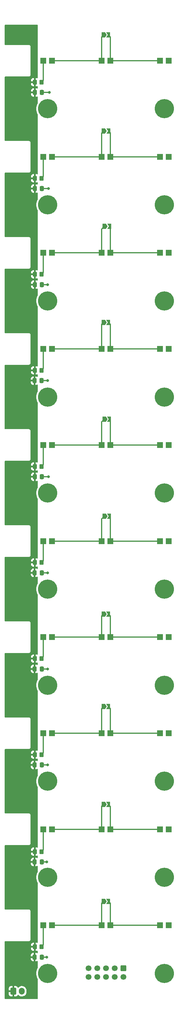
<source format=gtl>
%TF.GenerationSoftware,KiCad,Pcbnew,(6.0.0)*%
%TF.CreationDate,2022-10-10T13:55:58+02:00*%
%TF.ProjectId,led_bar,6c65645f-6261-4722-9e6b-696361645f70,rev?*%
%TF.SameCoordinates,Original*%
%TF.FileFunction,Copper,L1,Top*%
%TF.FilePolarity,Positive*%
%FSLAX46Y46*%
G04 Gerber Fmt 4.6, Leading zero omitted, Abs format (unit mm)*
G04 Created by KiCad (PCBNEW (6.0.0)) date 2022-10-10 13:55:58*
%MOMM*%
%LPD*%
G01*
G04 APERTURE LIST*
G04 Aperture macros list*
%AMRoundRect*
0 Rectangle with rounded corners*
0 $1 Rounding radius*
0 $2 $3 $4 $5 $6 $7 $8 $9 X,Y pos of 4 corners*
0 Add a 4 corners polygon primitive as box body*
4,1,4,$2,$3,$4,$5,$6,$7,$8,$9,$2,$3,0*
0 Add four circle primitives for the rounded corners*
1,1,$1+$1,$2,$3*
1,1,$1+$1,$4,$5*
1,1,$1+$1,$6,$7*
1,1,$1+$1,$8,$9*
0 Add four rect primitives between the rounded corners*
20,1,$1+$1,$2,$3,$4,$5,0*
20,1,$1+$1,$4,$5,$6,$7,0*
20,1,$1+$1,$6,$7,$8,$9,0*
20,1,$1+$1,$8,$9,$2,$3,0*%
%AMFreePoly0*
4,1,6,1.000000,0.000000,0.500000,-0.750000,-0.500000,-0.750000,-0.500000,0.750000,0.500000,0.750000,1.000000,0.000000,1.000000,0.000000,$1*%
%AMFreePoly1*
4,1,6,0.500000,-0.750000,-0.650000,-0.750000,-0.150000,0.000000,-0.650000,0.750000,0.500000,0.750000,0.500000,-0.750000,0.500000,-0.750000,$1*%
G04 Aperture macros list end*
%TA.AperFunction,ComponentPad*%
%ADD10R,1.800000X1.800000*%
%TD*%
%TA.AperFunction,ComponentPad*%
%ADD11C,5.600000*%
%TD*%
%TA.AperFunction,SMDPad,CuDef*%
%ADD12RoundRect,0.250000X-0.337500X-0.475000X0.337500X-0.475000X0.337500X0.475000X-0.337500X0.475000X0*%
%TD*%
%TA.AperFunction,SMDPad,CuDef*%
%ADD13RoundRect,0.250000X-0.350000X-0.450000X0.350000X-0.450000X0.350000X0.450000X-0.350000X0.450000X0*%
%TD*%
%TA.AperFunction,SMDPad,CuDef*%
%ADD14FreePoly0,0.000000*%
%TD*%
%TA.AperFunction,SMDPad,CuDef*%
%ADD15FreePoly1,0.000000*%
%TD*%
%TA.AperFunction,ComponentPad*%
%ADD16RoundRect,0.250000X-0.600000X-0.750000X0.600000X-0.750000X0.600000X0.750000X-0.600000X0.750000X0*%
%TD*%
%TA.AperFunction,ComponentPad*%
%ADD17O,1.700000X2.000000*%
%TD*%
%TA.AperFunction,ComponentPad*%
%ADD18RoundRect,0.250000X-0.600000X0.600000X-0.600000X-0.600000X0.600000X-0.600000X0.600000X0.600000X0*%
%TD*%
%TA.AperFunction,ComponentPad*%
%ADD19C,1.700000*%
%TD*%
%TA.AperFunction,ViaPad*%
%ADD20C,0.800000*%
%TD*%
%TA.AperFunction,Conductor*%
%ADD21C,0.304800*%
%TD*%
G04 APERTURE END LIST*
D10*
%TO.P,D10,1,K*%
%TO.N,Net-(D10-Pad1)*%
X50025000Y-291750000D03*
%TO.P,D10,2,A*%
%TO.N,Net-(D10-Pad2)*%
X47485000Y-291750000D03*
%TD*%
%TO.P,D7,1,K*%
%TO.N,Net-(D17-Pad2)*%
X50025000Y-207750000D03*
%TO.P,D7,2,A*%
%TO.N,Net-(D7-Pad2)*%
X47485000Y-207750000D03*
%TD*%
%TO.P,D29,1,K*%
%TO.N,Net-(D29-Pad1)*%
X84025000Y-263750000D03*
%TO.P,D29,2,A*%
%TO.N,Net-(D19-Pad1)*%
X81485000Y-263750000D03*
%TD*%
%TO.P,D14,1,K*%
%TO.N,Net-(D14-Pad1)*%
X67025000Y-123750000D03*
%TO.P,D14,2,A*%
%TO.N,Net-(D14-Pad2)*%
X64485000Y-123750000D03*
%TD*%
D11*
%TO.P,REF\u002A\u002A,1*%
%TO.N,N/C*%
X82750000Y-53750000D03*
%TD*%
%TO.P,,1*%
%TO.N,N/C*%
X48750000Y-249750000D03*
%TD*%
D10*
%TO.P,D15,1,K*%
%TO.N,Net-(D15-Pad1)*%
X67025000Y-151750000D03*
%TO.P,D15,2,A*%
%TO.N,Net-(D15-Pad2)*%
X64485000Y-151750000D03*
%TD*%
%TO.P,D27,1,K*%
%TO.N,Net-(D27-Pad1)*%
X84025000Y-207750000D03*
%TO.P,D27,2,A*%
%TO.N,Net-(D17-Pad1)*%
X81485000Y-207750000D03*
%TD*%
D12*
%TO.P,C7,1*%
%TO.N,+9V*%
X44962500Y-217000000D03*
%TO.P,C7,2*%
%TO.N,GND*%
X47037500Y-217000000D03*
%TD*%
D10*
%TO.P,D25,1,K*%
%TO.N,Net-(D25-Pad1)*%
X84025000Y-151750000D03*
%TO.P,D25,2,A*%
%TO.N,Net-(D15-Pad1)*%
X81485000Y-151750000D03*
%TD*%
D11*
%TO.P,,1*%
%TO.N,N/C*%
X48750000Y-137750000D03*
%TD*%
D10*
%TO.P,D23,1,K*%
%TO.N,Net-(D23-Pad1)*%
X84025000Y-95750000D03*
%TO.P,D23,2,A*%
%TO.N,Net-(D13-Pad1)*%
X81485000Y-95750000D03*
%TD*%
D11*
%TO.P,,1*%
%TO.N,N/C*%
X48750000Y-221750000D03*
%TD*%
D13*
%TO.P,R8,1*%
%TO.N,+9V*%
X45000000Y-242000000D03*
%TO.P,R8,2*%
%TO.N,Net-(D8-Pad2)*%
X47000000Y-242000000D03*
%TD*%
D14*
%TO.P,JP6,1,A*%
%TO.N,Net-(D16-Pad2)*%
X65275000Y-172500000D03*
D15*
%TO.P,JP6,2,B*%
%TO.N,Net-(D16-Pad1)*%
X66725000Y-172500000D03*
%TD*%
D14*
%TO.P,JP3,1,A*%
%TO.N,Net-(D13-Pad2)*%
X65300000Y-88000000D03*
D15*
%TO.P,JP3,2,B*%
%TO.N,Net-(D13-Pad1)*%
X66750000Y-88000000D03*
%TD*%
D11*
%TO.P,,1*%
%TO.N,N/C*%
X48750000Y-53750000D03*
%TD*%
D12*
%TO.P,C9,1*%
%TO.N,+9V*%
X44962500Y-273257500D03*
%TO.P,C9,2*%
%TO.N,GND*%
X47037500Y-273257500D03*
%TD*%
D13*
%TO.P,R6,1*%
%TO.N,+9V*%
X45000000Y-186000000D03*
%TO.P,R6,2*%
%TO.N,Net-(D6-Pad2)*%
X47000000Y-186000000D03*
%TD*%
%TO.P,R10,1*%
%TO.N,+9V*%
X45000000Y-298000000D03*
%TO.P,R10,2*%
%TO.N,Net-(D10-Pad2)*%
X47000000Y-298000000D03*
%TD*%
D11*
%TO.P,,1*%
%TO.N,N/C*%
X48750000Y-277750000D03*
%TD*%
D10*
%TO.P,D26,1,K*%
%TO.N,Net-(D26-Pad1)*%
X84025000Y-179750000D03*
%TO.P,D26,2,A*%
%TO.N,Net-(D16-Pad1)*%
X81485000Y-179750000D03*
%TD*%
D11*
%TO.P,,1*%
%TO.N,N/C*%
X48750000Y-305750000D03*
%TD*%
D10*
%TO.P,D19,1,K*%
%TO.N,Net-(D19-Pad1)*%
X67025000Y-263750000D03*
%TO.P,D19,2,A*%
%TO.N,Net-(D19-Pad2)*%
X64485000Y-263750000D03*
%TD*%
D11*
%TO.P,REF\u002A\u002A,1*%
%TO.N,N/C*%
X82750000Y-221750000D03*
%TD*%
D16*
%TO.P,J2,1,Pin_1*%
%TO.N,+9V*%
X38750000Y-310950000D03*
D17*
%TO.P,J2,2,Pin_2*%
%TO.N,GND*%
X41250000Y-310950000D03*
%TD*%
D11*
%TO.P,REF\u002A\u002A,1*%
%TO.N,N/C*%
X82750000Y-81750000D03*
%TD*%
D13*
%TO.P,R1,1*%
%TO.N,+9V*%
X45000000Y-46000000D03*
%TO.P,R1,2*%
%TO.N,Net-(D1-Pad2)*%
X47000000Y-46000000D03*
%TD*%
D11*
%TO.P,REF\u002A\u002A,1*%
%TO.N,N/C*%
X82750000Y-109750000D03*
%TD*%
D10*
%TO.P,D9,1,K*%
%TO.N,Net-(D19-Pad2)*%
X50025000Y-263750000D03*
%TO.P,D9,2,A*%
%TO.N,Net-(D9-Pad2)*%
X47485000Y-263750000D03*
%TD*%
%TO.P,D4,1,K*%
%TO.N,Net-(D14-Pad2)*%
X50025000Y-123750000D03*
%TO.P,D4,2,A*%
%TO.N,Net-(D4-Pad2)*%
X47485000Y-123750000D03*
%TD*%
%TO.P,D5,1,K*%
%TO.N,Net-(D15-Pad2)*%
X50025000Y-151750000D03*
%TO.P,D5,2,A*%
%TO.N,Net-(D5-Pad2)*%
X47485000Y-151750000D03*
%TD*%
D11*
%TO.P,REF\u002A\u002A,1*%
%TO.N,N/C*%
X82750000Y-277750000D03*
%TD*%
D14*
%TO.P,JP5,1,A*%
%TO.N,Net-(D15-Pad2)*%
X65250000Y-144250000D03*
D15*
%TO.P,JP5,2,B*%
%TO.N,Net-(D15-Pad1)*%
X66700000Y-144250000D03*
%TD*%
D11*
%TO.P,REF\u002A\u002A,1*%
%TO.N,N/C*%
X82750000Y-305750000D03*
%TD*%
%TO.P,REF\u002A\u002A,1*%
%TO.N,N/C*%
X82750000Y-249750000D03*
%TD*%
%TO.P,REF\u002A\u002A,1*%
%TO.N,N/C*%
X82750000Y-137750000D03*
%TD*%
%TO.P,REF\u002A\u002A,1*%
%TO.N,N/C*%
X82750000Y-165750000D03*
%TD*%
D10*
%TO.P,D21,1,K*%
%TO.N,Net-(D21-Pad1)*%
X84025000Y-39750000D03*
%TO.P,D21,2,A*%
%TO.N,Net-(D11-Pad1)*%
X81485000Y-39750000D03*
%TD*%
D13*
%TO.P,R7,1*%
%TO.N,+9V*%
X45000000Y-214000000D03*
%TO.P,R7,2*%
%TO.N,Net-(D7-Pad2)*%
X47000000Y-214000000D03*
%TD*%
D11*
%TO.P,,1*%
%TO.N,N/C*%
X48750000Y-193750000D03*
%TD*%
D12*
%TO.P,C4,1*%
%TO.N,+9V*%
X44925000Y-133000000D03*
%TO.P,C4,2*%
%TO.N,GND*%
X47000000Y-133000000D03*
%TD*%
D10*
%TO.P,D2,1,K*%
%TO.N,Net-(D12-Pad2)*%
X50025000Y-67750000D03*
%TO.P,D2,2,A*%
%TO.N,Net-(D2-Pad2)*%
X47485000Y-67750000D03*
%TD*%
%TO.P,D3,1,K*%
%TO.N,Net-(D13-Pad2)*%
X50025000Y-95750000D03*
%TO.P,D3,2,A*%
%TO.N,Net-(D3-Pad2)*%
X47485000Y-95750000D03*
%TD*%
D13*
%TO.P,R4,1*%
%TO.N,+9V*%
X45000000Y-130000000D03*
%TO.P,R4,2*%
%TO.N,Net-(D4-Pad2)*%
X47000000Y-130000000D03*
%TD*%
D14*
%TO.P,JP2,1,A*%
%TO.N,Net-(D12-Pad2)*%
X65050000Y-60250000D03*
D15*
%TO.P,JP2,2,B*%
%TO.N,Net-(D12-Pad1)*%
X66500000Y-60250000D03*
%TD*%
D10*
%TO.P,D17,1,K*%
%TO.N,Net-(D17-Pad1)*%
X67025000Y-207750000D03*
%TO.P,D17,2,A*%
%TO.N,Net-(D17-Pad2)*%
X64485000Y-207750000D03*
%TD*%
D14*
%TO.P,JP4,1,A*%
%TO.N,Net-(D14-Pad2)*%
X65025000Y-116000000D03*
D15*
%TO.P,JP4,2,B*%
%TO.N,Net-(D14-Pad1)*%
X66475000Y-116000000D03*
%TD*%
D10*
%TO.P,D13,1,K*%
%TO.N,Net-(D13-Pad1)*%
X67025000Y-95750000D03*
%TO.P,D13,2,A*%
%TO.N,Net-(D13-Pad2)*%
X64485000Y-95750000D03*
%TD*%
%TO.P,D1,1,K*%
%TO.N,Net-(D1-Pad1)*%
X50025000Y-39750000D03*
%TO.P,D1,2,A*%
%TO.N,Net-(D1-Pad2)*%
X47485000Y-39750000D03*
%TD*%
%TO.P,D18,1,K*%
%TO.N,Net-(D18-Pad1)*%
X67025000Y-235750000D03*
%TO.P,D18,2,A*%
%TO.N,Net-(D18-Pad2)*%
X64485000Y-235750000D03*
%TD*%
%TO.P,D8,1,K*%
%TO.N,Net-(D18-Pad2)*%
X50025000Y-235750000D03*
%TO.P,D8,2,A*%
%TO.N,Net-(D8-Pad2)*%
X47485000Y-235750000D03*
%TD*%
%TO.P,D24,1,K*%
%TO.N,Net-(D24-Pad1)*%
X84025000Y-123750000D03*
%TO.P,D24,2,A*%
%TO.N,Net-(D14-Pad1)*%
X81485000Y-123750000D03*
%TD*%
D13*
%TO.P,R2,1*%
%TO.N,+9V*%
X45000000Y-74000000D03*
%TO.P,R2,2*%
%TO.N,Net-(D2-Pad2)*%
X47000000Y-74000000D03*
%TD*%
%TO.P,R3,1*%
%TO.N,+9V*%
X45000000Y-102000000D03*
%TO.P,R3,2*%
%TO.N,Net-(D3-Pad2)*%
X47000000Y-102000000D03*
%TD*%
%TO.P,R9,1*%
%TO.N,+9V*%
X45000000Y-270257500D03*
%TO.P,R9,2*%
%TO.N,Net-(D9-Pad2)*%
X47000000Y-270257500D03*
%TD*%
D10*
%TO.P,D30,1,K*%
%TO.N,Net-(D30-Pad1)*%
X84025000Y-291750000D03*
%TO.P,D30,2,A*%
%TO.N,Net-(D20-Pad1)*%
X81485000Y-291750000D03*
%TD*%
%TO.P,D20,1,K*%
%TO.N,Net-(D20-Pad1)*%
X67025000Y-291750000D03*
%TO.P,D20,2,A*%
%TO.N,Net-(D10-Pad1)*%
X64485000Y-291750000D03*
%TD*%
%TO.P,D16,1,K*%
%TO.N,Net-(D16-Pad1)*%
X67025000Y-179750000D03*
%TO.P,D16,2,A*%
%TO.N,Net-(D16-Pad2)*%
X64485000Y-179750000D03*
%TD*%
D18*
%TO.P,J1,1,Pin_1*%
%TO.N,Net-(D21-Pad1)*%
X70830000Y-304250000D03*
D19*
%TO.P,J1,2,Pin_2*%
%TO.N,Net-(D22-Pad1)*%
X70830000Y-306790000D03*
%TO.P,J1,3,Pin_3*%
%TO.N,Net-(D23-Pad1)*%
X68290000Y-304250000D03*
%TO.P,J1,4,Pin_4*%
%TO.N,Net-(D24-Pad1)*%
X68290000Y-306790000D03*
%TO.P,J1,5,Pin_5*%
%TO.N,Net-(D25-Pad1)*%
X65750000Y-304250000D03*
%TO.P,J1,6,Pin_6*%
%TO.N,Net-(D26-Pad1)*%
X65750000Y-306790000D03*
%TO.P,J1,7,Pin_7*%
%TO.N,Net-(D27-Pad1)*%
X63210000Y-304250000D03*
%TO.P,J1,8,Pin_8*%
%TO.N,Net-(D28-Pad1)*%
X63210000Y-306790000D03*
%TO.P,J1,9,Pin_9*%
%TO.N,Net-(D29-Pad1)*%
X60670000Y-304250000D03*
%TO.P,J1,10,Pin_10*%
%TO.N,Net-(D30-Pad1)*%
X60670000Y-306790000D03*
%TD*%
D10*
%TO.P,D11,1,K*%
%TO.N,Net-(D11-Pad1)*%
X67025000Y-39750000D03*
%TO.P,D11,2,A*%
%TO.N,Net-(D1-Pad1)*%
X64485000Y-39750000D03*
%TD*%
D14*
%TO.P,JP10,1,A*%
%TO.N,Net-(D10-Pad1)*%
X65025000Y-284750000D03*
D15*
%TO.P,JP10,2,B*%
%TO.N,Net-(D20-Pad1)*%
X66475000Y-284750000D03*
%TD*%
D14*
%TO.P,JP8,1,A*%
%TO.N,Net-(D18-Pad2)*%
X65000000Y-228000000D03*
D15*
%TO.P,JP8,2,B*%
%TO.N,Net-(D18-Pad1)*%
X66450000Y-228000000D03*
%TD*%
D10*
%TO.P,D28,1,K*%
%TO.N,Net-(D28-Pad1)*%
X84025000Y-235750000D03*
%TO.P,D28,2,A*%
%TO.N,Net-(D18-Pad1)*%
X81485000Y-235750000D03*
%TD*%
D14*
%TO.P,JP7,1,A*%
%TO.N,Net-(D17-Pad2)*%
X65025000Y-201000000D03*
D15*
%TO.P,JP7,2,B*%
%TO.N,Net-(D17-Pad1)*%
X66475000Y-201000000D03*
%TD*%
D11*
%TO.P,REF\u002A\u002A,1*%
%TO.N,N/C*%
X82750000Y-193750000D03*
%TD*%
D10*
%TO.P,D12,1,K*%
%TO.N,Net-(D12-Pad1)*%
X67025000Y-67750000D03*
%TO.P,D12,2,A*%
%TO.N,Net-(D12-Pad2)*%
X64485000Y-67750000D03*
%TD*%
D12*
%TO.P,C5,1*%
%TO.N,+9V*%
X45000000Y-161000000D03*
%TO.P,C5,2*%
%TO.N,GND*%
X47075000Y-161000000D03*
%TD*%
D14*
%TO.P,JP1,1,A*%
%TO.N,Net-(D1-Pad1)*%
X65000000Y-32250000D03*
D15*
%TO.P,JP1,2,B*%
%TO.N,Net-(D11-Pad1)*%
X66450000Y-32250000D03*
%TD*%
D10*
%TO.P,D22,1,K*%
%TO.N,Net-(D22-Pad1)*%
X84025000Y-67750000D03*
%TO.P,D22,2,A*%
%TO.N,Net-(D12-Pad1)*%
X81485000Y-67750000D03*
%TD*%
D12*
%TO.P,C2,1*%
%TO.N,+9V*%
X45000000Y-77000000D03*
%TO.P,C2,2*%
%TO.N,GND*%
X47075000Y-77000000D03*
%TD*%
D10*
%TO.P,D6,1,K*%
%TO.N,Net-(D16-Pad2)*%
X50025000Y-179750000D03*
%TO.P,D6,2,A*%
%TO.N,Net-(D6-Pad2)*%
X47485000Y-179750000D03*
%TD*%
D11*
%TO.P,,1*%
%TO.N,N/C*%
X48750000Y-109750000D03*
%TD*%
D12*
%TO.P,C6,1*%
%TO.N,+9V*%
X44962500Y-189000000D03*
%TO.P,C6,2*%
%TO.N,GND*%
X47037500Y-189000000D03*
%TD*%
D13*
%TO.P,R5,1*%
%TO.N,+9V*%
X45000000Y-158000000D03*
%TO.P,R5,2*%
%TO.N,Net-(D5-Pad2)*%
X47000000Y-158000000D03*
%TD*%
D11*
%TO.P,,1*%
%TO.N,N/C*%
X48750000Y-81750000D03*
%TD*%
D14*
%TO.P,JP9,1,A*%
%TO.N,Net-(D19-Pad2)*%
X65025000Y-256500000D03*
D15*
%TO.P,JP9,2,B*%
%TO.N,Net-(D19-Pad1)*%
X66475000Y-256500000D03*
%TD*%
D12*
%TO.P,C8,1*%
%TO.N,+9V*%
X44962500Y-245000000D03*
%TO.P,C8,2*%
%TO.N,GND*%
X47037500Y-245000000D03*
%TD*%
%TO.P,C1,1*%
%TO.N,+9V*%
X45000000Y-49000000D03*
%TO.P,C1,2*%
%TO.N,GND*%
X47075000Y-49000000D03*
%TD*%
D11*
%TO.P,,1*%
%TO.N,N/C*%
X48750000Y-165750000D03*
%TD*%
D12*
%TO.P,C3,1*%
%TO.N,+9V*%
X45000000Y-105000000D03*
%TO.P,C3,2*%
%TO.N,GND*%
X47075000Y-105000000D03*
%TD*%
%TO.P,C10,1*%
%TO.N,+9V*%
X44962500Y-301000000D03*
%TO.P,C10,2*%
%TO.N,GND*%
X47037500Y-301000000D03*
%TD*%
D20*
%TO.N,GND*%
X48750000Y-189000000D03*
X49000000Y-161000000D03*
X48500000Y-273250000D03*
X49000000Y-77000000D03*
X48750000Y-105000000D03*
X48750000Y-217000000D03*
X48500000Y-301000000D03*
X48750000Y-245000000D03*
X48750000Y-133000000D03*
X49250000Y-49000000D03*
%TD*%
D21*
%TO.N,GND*%
X47037500Y-245000000D02*
X48750000Y-245000000D01*
X47075000Y-105000000D02*
X48750000Y-105000000D01*
X47075000Y-161000000D02*
X49000000Y-161000000D01*
X47075000Y-77000000D02*
X49000000Y-77000000D01*
X48492500Y-273257500D02*
X48500000Y-273250000D01*
X47037500Y-301000000D02*
X48500000Y-301000000D01*
X47037500Y-273257500D02*
X48492500Y-273257500D01*
X47075000Y-49000000D02*
X49250000Y-49000000D01*
X47037500Y-217000000D02*
X48750000Y-217000000D01*
X47000000Y-133000000D02*
X48750000Y-133000000D01*
X47037500Y-189000000D02*
X48750000Y-189000000D01*
%TO.N,Net-(D1-Pad1)*%
X50025000Y-39750000D02*
X64485000Y-39750000D01*
X64485000Y-39750000D02*
X64485000Y-32765000D01*
X64485000Y-32765000D02*
X65000000Y-32250000D01*
%TO.N,Net-(D1-Pad2)*%
X47000000Y-46000000D02*
X47485000Y-45515000D01*
X47485000Y-45515000D02*
X47485000Y-39750000D01*
%TO.N,Net-(D12-Pad2)*%
X50025000Y-67750000D02*
X64485000Y-67750000D01*
X64485000Y-60815000D02*
X65050000Y-60250000D01*
X64485000Y-67750000D02*
X64485000Y-60815000D01*
%TO.N,Net-(D2-Pad2)*%
X47000000Y-74000000D02*
X47485000Y-73515000D01*
X47485000Y-73515000D02*
X47485000Y-67750000D01*
%TO.N,Net-(D13-Pad2)*%
X50025000Y-95750000D02*
X64485000Y-95750000D01*
X64485000Y-88815000D02*
X65300000Y-88000000D01*
X64485000Y-95750000D02*
X64485000Y-88815000D01*
%TO.N,Net-(D3-Pad2)*%
X47000000Y-102000000D02*
X47485000Y-101515000D01*
X47485000Y-101515000D02*
X47485000Y-95750000D01*
%TO.N,Net-(D14-Pad2)*%
X50025000Y-123750000D02*
X64485000Y-123750000D01*
X64485000Y-123750000D02*
X64485000Y-116540000D01*
X64485000Y-116540000D02*
X65025000Y-116000000D01*
%TO.N,Net-(D4-Pad2)*%
X47485000Y-129515000D02*
X47485000Y-123750000D01*
X47000000Y-130000000D02*
X47485000Y-129515000D01*
%TO.N,Net-(D15-Pad2)*%
X50025000Y-151750000D02*
X64485000Y-151750000D01*
X64485000Y-151750000D02*
X64485000Y-145015000D01*
X64485000Y-145015000D02*
X65250000Y-144250000D01*
%TO.N,Net-(D5-Pad2)*%
X47485000Y-157515000D02*
X47485000Y-151750000D01*
X47000000Y-158000000D02*
X47485000Y-157515000D01*
%TO.N,Net-(D16-Pad2)*%
X50025000Y-179750000D02*
X64485000Y-179750000D01*
X64485000Y-173290000D02*
X65275000Y-172500000D01*
X64485000Y-179750000D02*
X64485000Y-173290000D01*
%TO.N,Net-(D6-Pad2)*%
X47485000Y-185515000D02*
X47485000Y-179750000D01*
X47000000Y-186000000D02*
X47485000Y-185515000D01*
%TO.N,Net-(D17-Pad2)*%
X64485000Y-207750000D02*
X64485000Y-201540000D01*
X64485000Y-201540000D02*
X65025000Y-201000000D01*
X50025000Y-207750000D02*
X64485000Y-207750000D01*
%TO.N,Net-(D7-Pad2)*%
X47485000Y-213515000D02*
X47485000Y-207750000D01*
X47000000Y-214000000D02*
X47485000Y-213515000D01*
%TO.N,Net-(D18-Pad2)*%
X50025000Y-235750000D02*
X64485000Y-235750000D01*
X64485000Y-228515000D02*
X65000000Y-228000000D01*
X64485000Y-235750000D02*
X64485000Y-228515000D01*
%TO.N,Net-(D8-Pad2)*%
X47000000Y-242000000D02*
X47485000Y-241515000D01*
X47485000Y-241515000D02*
X47485000Y-235750000D01*
%TO.N,Net-(D19-Pad2)*%
X64485000Y-257040000D02*
X65025000Y-256500000D01*
X50025000Y-263750000D02*
X64485000Y-263750000D01*
X64485000Y-263750000D02*
X64485000Y-257040000D01*
%TO.N,Net-(D9-Pad2)*%
X47000000Y-270257500D02*
X47485000Y-269772500D01*
X47485000Y-269772500D02*
X47485000Y-263750000D01*
%TO.N,Net-(D10-Pad1)*%
X64485000Y-285290000D02*
X65025000Y-284750000D01*
X64485000Y-291750000D02*
X64485000Y-285290000D01*
X50025000Y-291750000D02*
X64485000Y-291750000D01*
%TO.N,Net-(D10-Pad2)*%
X47000000Y-298000000D02*
X47485000Y-297515000D01*
X47485000Y-297515000D02*
X47485000Y-291750000D01*
%TO.N,Net-(D11-Pad1)*%
X67025000Y-39750000D02*
X67025000Y-32825000D01*
X67025000Y-39750000D02*
X81485000Y-39750000D01*
X67025000Y-32825000D02*
X66450000Y-32250000D01*
%TO.N,Net-(D12-Pad1)*%
X67025000Y-67750000D02*
X67025000Y-60775000D01*
X67025000Y-60775000D02*
X66500000Y-60250000D01*
X67025000Y-67750000D02*
X81485000Y-67750000D01*
%TO.N,Net-(D13-Pad1)*%
X67025000Y-95750000D02*
X81485000Y-95750000D01*
X67025000Y-88275000D02*
X66750000Y-88000000D01*
X67025000Y-95750000D02*
X67025000Y-88275000D01*
%TO.N,Net-(D14-Pad1)*%
X67025000Y-116550000D02*
X66475000Y-116000000D01*
X67025000Y-123750000D02*
X81485000Y-123750000D01*
X67025000Y-123750000D02*
X67025000Y-116550000D01*
%TO.N,Net-(D15-Pad1)*%
X67025000Y-151750000D02*
X67025000Y-144575000D01*
X67025000Y-151750000D02*
X81485000Y-151750000D01*
X67025000Y-144575000D02*
X66700000Y-144250000D01*
%TO.N,Net-(D16-Pad1)*%
X67025000Y-179750000D02*
X67025000Y-172800000D01*
X67025000Y-179750000D02*
X81485000Y-179750000D01*
X67025000Y-172800000D02*
X66725000Y-172500000D01*
%TO.N,Net-(D17-Pad1)*%
X67025000Y-201550000D02*
X66475000Y-201000000D01*
X67025000Y-207750000D02*
X67025000Y-201550000D01*
X67025000Y-207750000D02*
X81485000Y-207750000D01*
%TO.N,Net-(D18-Pad1)*%
X67025000Y-235750000D02*
X81485000Y-235750000D01*
X67025000Y-235750000D02*
X67025000Y-228575000D01*
X67025000Y-228575000D02*
X66450000Y-228000000D01*
%TO.N,Net-(D19-Pad1)*%
X67025000Y-263750000D02*
X67025000Y-257050000D01*
X67025000Y-263750000D02*
X81485000Y-263750000D01*
X67025000Y-257050000D02*
X66475000Y-256500000D01*
%TO.N,Net-(D20-Pad1)*%
X67025000Y-291750000D02*
X81485000Y-291750000D01*
X67025000Y-285300000D02*
X66475000Y-284750000D01*
X67025000Y-291750000D02*
X67025000Y-285300000D01*
%TD*%
%TA.AperFunction,Conductor*%
%TO.N,+9V*%
G36*
X45792121Y-29278002D02*
G01*
X45838614Y-29331658D01*
X45850000Y-29384000D01*
X45850000Y-44744255D01*
X45829998Y-44812376D01*
X45776342Y-44858869D01*
X45706068Y-44868973D01*
X45670748Y-44858449D01*
X45665576Y-44856037D01*
X45511290Y-44804862D01*
X45497914Y-44801995D01*
X45403562Y-44792328D01*
X45397145Y-44792000D01*
X45272115Y-44792000D01*
X45256876Y-44796475D01*
X45255671Y-44797865D01*
X45254000Y-44805548D01*
X45254000Y-47189884D01*
X45258475Y-47205123D01*
X45259865Y-47206328D01*
X45267548Y-47207999D01*
X45397095Y-47207999D01*
X45403614Y-47207662D01*
X45499206Y-47197743D01*
X45512600Y-47194851D01*
X45666788Y-47143411D01*
X45670551Y-47141648D01*
X45673370Y-47141215D01*
X45673732Y-47141094D01*
X45673753Y-47141156D01*
X45740723Y-47130865D01*
X45805587Y-47159731D01*
X45844547Y-47219083D01*
X45850000Y-47255750D01*
X45850000Y-47725084D01*
X45829998Y-47793205D01*
X45776342Y-47839698D01*
X45706068Y-47849802D01*
X45670748Y-47839278D01*
X45653076Y-47831037D01*
X45498790Y-47779862D01*
X45485414Y-47776995D01*
X45391062Y-47767328D01*
X45384645Y-47767000D01*
X45272115Y-47767000D01*
X45256876Y-47771475D01*
X45255671Y-47772865D01*
X45254000Y-47780548D01*
X45254000Y-50214884D01*
X45258475Y-50230123D01*
X45259865Y-50231328D01*
X45267548Y-50232999D01*
X45384595Y-50232999D01*
X45391114Y-50232662D01*
X45486706Y-50222743D01*
X45500100Y-50219851D01*
X45654284Y-50168412D01*
X45670548Y-50160793D01*
X45740721Y-50150008D01*
X45805585Y-50178874D01*
X45844546Y-50238225D01*
X45850000Y-50274894D01*
X45850000Y-52125424D01*
X45835148Y-52184771D01*
X45748682Y-52346707D01*
X45748678Y-52346716D01*
X45747077Y-52349714D01*
X45745808Y-52352871D01*
X45745806Y-52352875D01*
X45680244Y-52515966D01*
X45613411Y-52682218D01*
X45612491Y-52685492D01*
X45612489Y-52685497D01*
X45610332Y-52693173D01*
X45516437Y-53027213D01*
X45457290Y-53380663D01*
X45436661Y-53738434D01*
X45454792Y-54096340D01*
X45511470Y-54450195D01*
X45606033Y-54795859D01*
X45737374Y-55129288D01*
X45738957Y-55132303D01*
X45835560Y-55316305D01*
X45850000Y-55374875D01*
X45850000Y-72744255D01*
X45829998Y-72812376D01*
X45776342Y-72858869D01*
X45706068Y-72868973D01*
X45670748Y-72858449D01*
X45665576Y-72856037D01*
X45511290Y-72804862D01*
X45497914Y-72801995D01*
X45403562Y-72792328D01*
X45397145Y-72792000D01*
X45272115Y-72792000D01*
X45256876Y-72796475D01*
X45255671Y-72797865D01*
X45254000Y-72805548D01*
X45254000Y-75189884D01*
X45258475Y-75205123D01*
X45259865Y-75206328D01*
X45267548Y-75207999D01*
X45397095Y-75207999D01*
X45403614Y-75207662D01*
X45499206Y-75197743D01*
X45512600Y-75194851D01*
X45666788Y-75143411D01*
X45670551Y-75141648D01*
X45673370Y-75141215D01*
X45673732Y-75141094D01*
X45673753Y-75141156D01*
X45740723Y-75130865D01*
X45805587Y-75159731D01*
X45844547Y-75219083D01*
X45850000Y-75255750D01*
X45850000Y-75725084D01*
X45829998Y-75793205D01*
X45776342Y-75839698D01*
X45706068Y-75849802D01*
X45670748Y-75839278D01*
X45653076Y-75831037D01*
X45498790Y-75779862D01*
X45485414Y-75776995D01*
X45391062Y-75767328D01*
X45384645Y-75767000D01*
X45272115Y-75767000D01*
X45256876Y-75771475D01*
X45255671Y-75772865D01*
X45254000Y-75780548D01*
X45254000Y-78214884D01*
X45258475Y-78230123D01*
X45259865Y-78231328D01*
X45267548Y-78232999D01*
X45384595Y-78232999D01*
X45391114Y-78232662D01*
X45486706Y-78222743D01*
X45500100Y-78219851D01*
X45654284Y-78168412D01*
X45670548Y-78160793D01*
X45740721Y-78150008D01*
X45805585Y-78178874D01*
X45844546Y-78238225D01*
X45850000Y-78274894D01*
X45850000Y-80125424D01*
X45835148Y-80184771D01*
X45748682Y-80346707D01*
X45748678Y-80346716D01*
X45747077Y-80349714D01*
X45745808Y-80352871D01*
X45745806Y-80352875D01*
X45680244Y-80515966D01*
X45613411Y-80682218D01*
X45612491Y-80685492D01*
X45612489Y-80685497D01*
X45610332Y-80693173D01*
X45516437Y-81027213D01*
X45457290Y-81380663D01*
X45436661Y-81738434D01*
X45454792Y-82096340D01*
X45511470Y-82450195D01*
X45606033Y-82795859D01*
X45737374Y-83129288D01*
X45738957Y-83132303D01*
X45835560Y-83316305D01*
X45850000Y-83374875D01*
X45850000Y-100744255D01*
X45829998Y-100812376D01*
X45776342Y-100858869D01*
X45706068Y-100868973D01*
X45670748Y-100858449D01*
X45665576Y-100856037D01*
X45511290Y-100804862D01*
X45497914Y-100801995D01*
X45403562Y-100792328D01*
X45397145Y-100792000D01*
X45272115Y-100792000D01*
X45256876Y-100796475D01*
X45255671Y-100797865D01*
X45254000Y-100805548D01*
X45254000Y-103189884D01*
X45258475Y-103205123D01*
X45259865Y-103206328D01*
X45267548Y-103207999D01*
X45397095Y-103207999D01*
X45403614Y-103207662D01*
X45499206Y-103197743D01*
X45512600Y-103194851D01*
X45666788Y-103143411D01*
X45670551Y-103141648D01*
X45673370Y-103141215D01*
X45673732Y-103141094D01*
X45673753Y-103141156D01*
X45740723Y-103130865D01*
X45805587Y-103159731D01*
X45844547Y-103219083D01*
X45850000Y-103255750D01*
X45850000Y-103725084D01*
X45829998Y-103793205D01*
X45776342Y-103839698D01*
X45706068Y-103849802D01*
X45670748Y-103839278D01*
X45653076Y-103831037D01*
X45498790Y-103779862D01*
X45485414Y-103776995D01*
X45391062Y-103767328D01*
X45384645Y-103767000D01*
X45272115Y-103767000D01*
X45256876Y-103771475D01*
X45255671Y-103772865D01*
X45254000Y-103780548D01*
X45254000Y-106214884D01*
X45258475Y-106230123D01*
X45259865Y-106231328D01*
X45267548Y-106232999D01*
X45384595Y-106232999D01*
X45391114Y-106232662D01*
X45486706Y-106222743D01*
X45500100Y-106219851D01*
X45654284Y-106168412D01*
X45670548Y-106160793D01*
X45740721Y-106150008D01*
X45805585Y-106178874D01*
X45844546Y-106238225D01*
X45850000Y-106274894D01*
X45850000Y-108125424D01*
X45835148Y-108184771D01*
X45748682Y-108346707D01*
X45748678Y-108346716D01*
X45747077Y-108349714D01*
X45745808Y-108352871D01*
X45745806Y-108352875D01*
X45680244Y-108515966D01*
X45613411Y-108682218D01*
X45612491Y-108685492D01*
X45612489Y-108685497D01*
X45610332Y-108693173D01*
X45516437Y-109027213D01*
X45457290Y-109380663D01*
X45436661Y-109738434D01*
X45454792Y-110096340D01*
X45511470Y-110450195D01*
X45606033Y-110795859D01*
X45737374Y-111129288D01*
X45738957Y-111132303D01*
X45835560Y-111316305D01*
X45850000Y-111374875D01*
X45850000Y-128744255D01*
X45829998Y-128812376D01*
X45776342Y-128858869D01*
X45706068Y-128868973D01*
X45670748Y-128858449D01*
X45665576Y-128856037D01*
X45511290Y-128804862D01*
X45497914Y-128801995D01*
X45403562Y-128792328D01*
X45397145Y-128792000D01*
X45272115Y-128792000D01*
X45256876Y-128796475D01*
X45255671Y-128797865D01*
X45254000Y-128805548D01*
X45254000Y-131189884D01*
X45258475Y-131205123D01*
X45259865Y-131206328D01*
X45267548Y-131207999D01*
X45397095Y-131207999D01*
X45403614Y-131207662D01*
X45499206Y-131197743D01*
X45512600Y-131194851D01*
X45666788Y-131143411D01*
X45670551Y-131141648D01*
X45673370Y-131141215D01*
X45673732Y-131141094D01*
X45673753Y-131141156D01*
X45740723Y-131130865D01*
X45805587Y-131159731D01*
X45844547Y-131219083D01*
X45850000Y-131255750D01*
X45850000Y-131770993D01*
X45829998Y-131839114D01*
X45776342Y-131885607D01*
X45706068Y-131895711D01*
X45657884Y-131878253D01*
X45591257Y-131837184D01*
X45578076Y-131831037D01*
X45423790Y-131779862D01*
X45410414Y-131776995D01*
X45316062Y-131767328D01*
X45309645Y-131767000D01*
X45197115Y-131767000D01*
X45181876Y-131771475D01*
X45180671Y-131772865D01*
X45179000Y-131780548D01*
X45179000Y-134214884D01*
X45183475Y-134230123D01*
X45184865Y-134231328D01*
X45192548Y-134232999D01*
X45309595Y-134232999D01*
X45316114Y-134232662D01*
X45411706Y-134222743D01*
X45425100Y-134219851D01*
X45579284Y-134168412D01*
X45592462Y-134162238D01*
X45657697Y-134121870D01*
X45726149Y-134103032D01*
X45793919Y-134124193D01*
X45839490Y-134178634D01*
X45850000Y-134229014D01*
X45850000Y-136125424D01*
X45835148Y-136184771D01*
X45748682Y-136346707D01*
X45748678Y-136346716D01*
X45747077Y-136349714D01*
X45745808Y-136352871D01*
X45745806Y-136352875D01*
X45680244Y-136515966D01*
X45613411Y-136682218D01*
X45612491Y-136685492D01*
X45612489Y-136685497D01*
X45610332Y-136693173D01*
X45516437Y-137027213D01*
X45457290Y-137380663D01*
X45436661Y-137738434D01*
X45454792Y-138096340D01*
X45511470Y-138450195D01*
X45606033Y-138795859D01*
X45737374Y-139129288D01*
X45738957Y-139132303D01*
X45835560Y-139316305D01*
X45850000Y-139374875D01*
X45850000Y-156744255D01*
X45829998Y-156812376D01*
X45776342Y-156858869D01*
X45706068Y-156868973D01*
X45670748Y-156858449D01*
X45665576Y-156856037D01*
X45511290Y-156804862D01*
X45497914Y-156801995D01*
X45403562Y-156792328D01*
X45397145Y-156792000D01*
X45272115Y-156792000D01*
X45256876Y-156796475D01*
X45255671Y-156797865D01*
X45254000Y-156805548D01*
X45254000Y-159189884D01*
X45258475Y-159205123D01*
X45259865Y-159206328D01*
X45267548Y-159207999D01*
X45397095Y-159207999D01*
X45403614Y-159207662D01*
X45499206Y-159197743D01*
X45512600Y-159194851D01*
X45666788Y-159143411D01*
X45670551Y-159141648D01*
X45673370Y-159141215D01*
X45673732Y-159141094D01*
X45673753Y-159141156D01*
X45740723Y-159130865D01*
X45805587Y-159159731D01*
X45844547Y-159219083D01*
X45850000Y-159255750D01*
X45850000Y-159725084D01*
X45829998Y-159793205D01*
X45776342Y-159839698D01*
X45706068Y-159849802D01*
X45670748Y-159839278D01*
X45653076Y-159831037D01*
X45498790Y-159779862D01*
X45485414Y-159776995D01*
X45391062Y-159767328D01*
X45384645Y-159767000D01*
X45272115Y-159767000D01*
X45256876Y-159771475D01*
X45255671Y-159772865D01*
X45254000Y-159780548D01*
X45254000Y-162214884D01*
X45258475Y-162230123D01*
X45259865Y-162231328D01*
X45267548Y-162232999D01*
X45384595Y-162232999D01*
X45391114Y-162232662D01*
X45486706Y-162222743D01*
X45500100Y-162219851D01*
X45654284Y-162168412D01*
X45670548Y-162160793D01*
X45740721Y-162150008D01*
X45805585Y-162178874D01*
X45844546Y-162238225D01*
X45850000Y-162274894D01*
X45850000Y-164125424D01*
X45835148Y-164184771D01*
X45748682Y-164346707D01*
X45748678Y-164346716D01*
X45747077Y-164349714D01*
X45745808Y-164352871D01*
X45745806Y-164352875D01*
X45680244Y-164515966D01*
X45613411Y-164682218D01*
X45612491Y-164685492D01*
X45612489Y-164685497D01*
X45610332Y-164693173D01*
X45516437Y-165027213D01*
X45457290Y-165380663D01*
X45436661Y-165738434D01*
X45454792Y-166096340D01*
X45511470Y-166450195D01*
X45606033Y-166795859D01*
X45737374Y-167129288D01*
X45738957Y-167132303D01*
X45835560Y-167316305D01*
X45850000Y-167374875D01*
X45850000Y-184744255D01*
X45829998Y-184812376D01*
X45776342Y-184858869D01*
X45706068Y-184868973D01*
X45670748Y-184858449D01*
X45665576Y-184856037D01*
X45511290Y-184804862D01*
X45497914Y-184801995D01*
X45403562Y-184792328D01*
X45397145Y-184792000D01*
X45272115Y-184792000D01*
X45256876Y-184796475D01*
X45255671Y-184797865D01*
X45254000Y-184805548D01*
X45254000Y-187189884D01*
X45258475Y-187205123D01*
X45259865Y-187206328D01*
X45267548Y-187207999D01*
X45397095Y-187207999D01*
X45403614Y-187207662D01*
X45499206Y-187197743D01*
X45512600Y-187194851D01*
X45666788Y-187143411D01*
X45670551Y-187141648D01*
X45673370Y-187141215D01*
X45673732Y-187141094D01*
X45673753Y-187141156D01*
X45740723Y-187130865D01*
X45805587Y-187159731D01*
X45844547Y-187219083D01*
X45850000Y-187255750D01*
X45850000Y-187747877D01*
X45829998Y-187815998D01*
X45776342Y-187862491D01*
X45706068Y-187872595D01*
X45657885Y-187855138D01*
X45628755Y-187837183D01*
X45615576Y-187831037D01*
X45461290Y-187779862D01*
X45447914Y-187776995D01*
X45353562Y-187767328D01*
X45347145Y-187767000D01*
X45234615Y-187767000D01*
X45219376Y-187771475D01*
X45218171Y-187772865D01*
X45216500Y-187780548D01*
X45216500Y-190214884D01*
X45220975Y-190230123D01*
X45222365Y-190231328D01*
X45230048Y-190232999D01*
X45347095Y-190232999D01*
X45353614Y-190232662D01*
X45449206Y-190222743D01*
X45462600Y-190219851D01*
X45616784Y-190168412D01*
X45629956Y-190162241D01*
X45657697Y-190145075D01*
X45726150Y-190126238D01*
X45793919Y-190147400D01*
X45839490Y-190201841D01*
X45850000Y-190252220D01*
X45850000Y-192125424D01*
X45835148Y-192184771D01*
X45748682Y-192346707D01*
X45748678Y-192346716D01*
X45747077Y-192349714D01*
X45745808Y-192352871D01*
X45745806Y-192352875D01*
X45680244Y-192515966D01*
X45613411Y-192682218D01*
X45612491Y-192685492D01*
X45612489Y-192685497D01*
X45610332Y-192693173D01*
X45516437Y-193027213D01*
X45457290Y-193380663D01*
X45436661Y-193738434D01*
X45454792Y-194096340D01*
X45511470Y-194450195D01*
X45606033Y-194795859D01*
X45737374Y-195129288D01*
X45738957Y-195132303D01*
X45835560Y-195316305D01*
X45850000Y-195374875D01*
X45850000Y-212744255D01*
X45829998Y-212812376D01*
X45776342Y-212858869D01*
X45706068Y-212868973D01*
X45670748Y-212858449D01*
X45665576Y-212856037D01*
X45511290Y-212804862D01*
X45497914Y-212801995D01*
X45403562Y-212792328D01*
X45397145Y-212792000D01*
X45272115Y-212792000D01*
X45256876Y-212796475D01*
X45255671Y-212797865D01*
X45254000Y-212805548D01*
X45254000Y-215189884D01*
X45258475Y-215205123D01*
X45259865Y-215206328D01*
X45267548Y-215207999D01*
X45397095Y-215207999D01*
X45403614Y-215207662D01*
X45499206Y-215197743D01*
X45512600Y-215194851D01*
X45666788Y-215143411D01*
X45670551Y-215141648D01*
X45673370Y-215141215D01*
X45673732Y-215141094D01*
X45673753Y-215141156D01*
X45740723Y-215130865D01*
X45805587Y-215159731D01*
X45844547Y-215219083D01*
X45850000Y-215255750D01*
X45850000Y-215747877D01*
X45829998Y-215815998D01*
X45776342Y-215862491D01*
X45706068Y-215872595D01*
X45657885Y-215855138D01*
X45628755Y-215837183D01*
X45615576Y-215831037D01*
X45461290Y-215779862D01*
X45447914Y-215776995D01*
X45353562Y-215767328D01*
X45347145Y-215767000D01*
X45234615Y-215767000D01*
X45219376Y-215771475D01*
X45218171Y-215772865D01*
X45216500Y-215780548D01*
X45216500Y-218214884D01*
X45220975Y-218230123D01*
X45222365Y-218231328D01*
X45230048Y-218232999D01*
X45347095Y-218232999D01*
X45353614Y-218232662D01*
X45449206Y-218222743D01*
X45462600Y-218219851D01*
X45616784Y-218168412D01*
X45629956Y-218162241D01*
X45657697Y-218145075D01*
X45726150Y-218126238D01*
X45793919Y-218147400D01*
X45839490Y-218201841D01*
X45850000Y-218252220D01*
X45850000Y-220125424D01*
X45835148Y-220184771D01*
X45748682Y-220346707D01*
X45748678Y-220346716D01*
X45747077Y-220349714D01*
X45745808Y-220352871D01*
X45745806Y-220352875D01*
X45680244Y-220515966D01*
X45613411Y-220682218D01*
X45612491Y-220685492D01*
X45612489Y-220685497D01*
X45610332Y-220693173D01*
X45516437Y-221027213D01*
X45457290Y-221380663D01*
X45436661Y-221738434D01*
X45454792Y-222096340D01*
X45511470Y-222450195D01*
X45606033Y-222795859D01*
X45737374Y-223129288D01*
X45738957Y-223132303D01*
X45835560Y-223316305D01*
X45850000Y-223374875D01*
X45850000Y-240744255D01*
X45829998Y-240812376D01*
X45776342Y-240858869D01*
X45706068Y-240868973D01*
X45670748Y-240858449D01*
X45665576Y-240856037D01*
X45511290Y-240804862D01*
X45497914Y-240801995D01*
X45403562Y-240792328D01*
X45397145Y-240792000D01*
X45272115Y-240792000D01*
X45256876Y-240796475D01*
X45255671Y-240797865D01*
X45254000Y-240805548D01*
X45254000Y-243189884D01*
X45258475Y-243205123D01*
X45259865Y-243206328D01*
X45267548Y-243207999D01*
X45397095Y-243207999D01*
X45403614Y-243207662D01*
X45499206Y-243197743D01*
X45512600Y-243194851D01*
X45666788Y-243143411D01*
X45670551Y-243141648D01*
X45673370Y-243141215D01*
X45673732Y-243141094D01*
X45673753Y-243141156D01*
X45740723Y-243130865D01*
X45805587Y-243159731D01*
X45844547Y-243219083D01*
X45850000Y-243255750D01*
X45850000Y-243747877D01*
X45829998Y-243815998D01*
X45776342Y-243862491D01*
X45706068Y-243872595D01*
X45657885Y-243855138D01*
X45628755Y-243837183D01*
X45615576Y-243831037D01*
X45461290Y-243779862D01*
X45447914Y-243776995D01*
X45353562Y-243767328D01*
X45347145Y-243767000D01*
X45234615Y-243767000D01*
X45219376Y-243771475D01*
X45218171Y-243772865D01*
X45216500Y-243780548D01*
X45216500Y-246214884D01*
X45220975Y-246230123D01*
X45222365Y-246231328D01*
X45230048Y-246232999D01*
X45347095Y-246232999D01*
X45353614Y-246232662D01*
X45449206Y-246222743D01*
X45462600Y-246219851D01*
X45616784Y-246168412D01*
X45629956Y-246162241D01*
X45657697Y-246145075D01*
X45726150Y-246126238D01*
X45793919Y-246147400D01*
X45839490Y-246201841D01*
X45850000Y-246252220D01*
X45850000Y-248125424D01*
X45835148Y-248184771D01*
X45748682Y-248346707D01*
X45748678Y-248346716D01*
X45747077Y-248349714D01*
X45745808Y-248352871D01*
X45745806Y-248352875D01*
X45680244Y-248515966D01*
X45613411Y-248682218D01*
X45612491Y-248685492D01*
X45612489Y-248685497D01*
X45610332Y-248693173D01*
X45516437Y-249027213D01*
X45457290Y-249380663D01*
X45436661Y-249738434D01*
X45454792Y-250096340D01*
X45511470Y-250450195D01*
X45606033Y-250795859D01*
X45737374Y-251129288D01*
X45738957Y-251132303D01*
X45835560Y-251316305D01*
X45850000Y-251374875D01*
X45850000Y-269001755D01*
X45829998Y-269069876D01*
X45776342Y-269116369D01*
X45706068Y-269126473D01*
X45670748Y-269115949D01*
X45665576Y-269113537D01*
X45511290Y-269062362D01*
X45497914Y-269059495D01*
X45403562Y-269049828D01*
X45397145Y-269049500D01*
X45272115Y-269049500D01*
X45256876Y-269053975D01*
X45255671Y-269055365D01*
X45254000Y-269063048D01*
X45254000Y-271447384D01*
X45258475Y-271462623D01*
X45259865Y-271463828D01*
X45267548Y-271465499D01*
X45397095Y-271465499D01*
X45403614Y-271465162D01*
X45499206Y-271455243D01*
X45512600Y-271452351D01*
X45666788Y-271400911D01*
X45670551Y-271399148D01*
X45673370Y-271398715D01*
X45673732Y-271398594D01*
X45673753Y-271398656D01*
X45740723Y-271388365D01*
X45805587Y-271417231D01*
X45844547Y-271476583D01*
X45850000Y-271513250D01*
X45850000Y-272005377D01*
X45829998Y-272073498D01*
X45776342Y-272119991D01*
X45706068Y-272130095D01*
X45657885Y-272112638D01*
X45628755Y-272094683D01*
X45615576Y-272088537D01*
X45461290Y-272037362D01*
X45447914Y-272034495D01*
X45353562Y-272024828D01*
X45347145Y-272024500D01*
X45234615Y-272024500D01*
X45219376Y-272028975D01*
X45218171Y-272030365D01*
X45216500Y-272038048D01*
X45216500Y-274472384D01*
X45220975Y-274487623D01*
X45222365Y-274488828D01*
X45230048Y-274490499D01*
X45347095Y-274490499D01*
X45353614Y-274490162D01*
X45449206Y-274480243D01*
X45462600Y-274477351D01*
X45616784Y-274425912D01*
X45629956Y-274419741D01*
X45657697Y-274402575D01*
X45726150Y-274383738D01*
X45793919Y-274404900D01*
X45839490Y-274459341D01*
X45850000Y-274509720D01*
X45850000Y-276125424D01*
X45835148Y-276184771D01*
X45748682Y-276346707D01*
X45748678Y-276346716D01*
X45747077Y-276349714D01*
X45745808Y-276352871D01*
X45745806Y-276352875D01*
X45680244Y-276515966D01*
X45613411Y-276682218D01*
X45612491Y-276685492D01*
X45612489Y-276685497D01*
X45610332Y-276693173D01*
X45516437Y-277027213D01*
X45457290Y-277380663D01*
X45436661Y-277738434D01*
X45454792Y-278096340D01*
X45511470Y-278450195D01*
X45606033Y-278795859D01*
X45737374Y-279129288D01*
X45738957Y-279132303D01*
X45835560Y-279316305D01*
X45850000Y-279374875D01*
X45850000Y-296744255D01*
X45829998Y-296812376D01*
X45776342Y-296858869D01*
X45706068Y-296868973D01*
X45670748Y-296858449D01*
X45665576Y-296856037D01*
X45511290Y-296804862D01*
X45497914Y-296801995D01*
X45403562Y-296792328D01*
X45397145Y-296792000D01*
X45272115Y-296792000D01*
X45256876Y-296796475D01*
X45255671Y-296797865D01*
X45254000Y-296805548D01*
X45254000Y-299189884D01*
X45258475Y-299205123D01*
X45259865Y-299206328D01*
X45267548Y-299207999D01*
X45397095Y-299207999D01*
X45403614Y-299207662D01*
X45499206Y-299197743D01*
X45512600Y-299194851D01*
X45666788Y-299143411D01*
X45670551Y-299141648D01*
X45673370Y-299141215D01*
X45673732Y-299141094D01*
X45673753Y-299141156D01*
X45740723Y-299130865D01*
X45805587Y-299159731D01*
X45844547Y-299219083D01*
X45850000Y-299255750D01*
X45850000Y-299747877D01*
X45829998Y-299815998D01*
X45776342Y-299862491D01*
X45706068Y-299872595D01*
X45657885Y-299855138D01*
X45628755Y-299837183D01*
X45615576Y-299831037D01*
X45461290Y-299779862D01*
X45447914Y-299776995D01*
X45353562Y-299767328D01*
X45347145Y-299767000D01*
X45234615Y-299767000D01*
X45219376Y-299771475D01*
X45218171Y-299772865D01*
X45216500Y-299780548D01*
X45216500Y-302214884D01*
X45220975Y-302230123D01*
X45222365Y-302231328D01*
X45230048Y-302232999D01*
X45347095Y-302232999D01*
X45353614Y-302232662D01*
X45449206Y-302222743D01*
X45462600Y-302219851D01*
X45616784Y-302168412D01*
X45629956Y-302162241D01*
X45657697Y-302145075D01*
X45726150Y-302126238D01*
X45793919Y-302147400D01*
X45839490Y-302201841D01*
X45850000Y-302252220D01*
X45850000Y-304125424D01*
X45835148Y-304184771D01*
X45748682Y-304346707D01*
X45748678Y-304346716D01*
X45747077Y-304349714D01*
X45745808Y-304352871D01*
X45745806Y-304352875D01*
X45680244Y-304515966D01*
X45613411Y-304682218D01*
X45612491Y-304685492D01*
X45612489Y-304685497D01*
X45610332Y-304693173D01*
X45516437Y-305027213D01*
X45457290Y-305380663D01*
X45436661Y-305738434D01*
X45454792Y-306096340D01*
X45511470Y-306450195D01*
X45606033Y-306795859D01*
X45737374Y-307129288D01*
X45738957Y-307132303D01*
X45835560Y-307316305D01*
X45850000Y-307374875D01*
X45850000Y-313116000D01*
X45829998Y-313184121D01*
X45776342Y-313230614D01*
X45724000Y-313242000D01*
X36384000Y-313242000D01*
X36315879Y-313221998D01*
X36269386Y-313168342D01*
X36258000Y-313116000D01*
X36258000Y-311747095D01*
X37392001Y-311747095D01*
X37392338Y-311753614D01*
X37402257Y-311849206D01*
X37405149Y-311862600D01*
X37456588Y-312016784D01*
X37462761Y-312029962D01*
X37548063Y-312167807D01*
X37557099Y-312179208D01*
X37671829Y-312293739D01*
X37683240Y-312302751D01*
X37821243Y-312387816D01*
X37834424Y-312393963D01*
X37988710Y-312445138D01*
X38002086Y-312448005D01*
X38096438Y-312457672D01*
X38102854Y-312458000D01*
X38477885Y-312458000D01*
X38493124Y-312453525D01*
X38494329Y-312452135D01*
X38496000Y-312444452D01*
X38496000Y-312439884D01*
X39004000Y-312439884D01*
X39008475Y-312455123D01*
X39009865Y-312456328D01*
X39017548Y-312457999D01*
X39397095Y-312457999D01*
X39403614Y-312457662D01*
X39499206Y-312447743D01*
X39512600Y-312444851D01*
X39666784Y-312393412D01*
X39679962Y-312387239D01*
X39817807Y-312301937D01*
X39829208Y-312292901D01*
X39943739Y-312178171D01*
X39952753Y-312166757D01*
X40038723Y-312027287D01*
X40091495Y-311979793D01*
X40161566Y-311968369D01*
X40226690Y-311996643D01*
X40237149Y-312006426D01*
X40346576Y-312121135D01*
X40531542Y-312258754D01*
X40536293Y-312261170D01*
X40536297Y-312261172D01*
X40598704Y-312292901D01*
X40737051Y-312363240D01*
X40742145Y-312364822D01*
X40742148Y-312364823D01*
X40942020Y-312426885D01*
X40957227Y-312431607D01*
X40962516Y-312432308D01*
X41180489Y-312461198D01*
X41180494Y-312461198D01*
X41185774Y-312461898D01*
X41191103Y-312461698D01*
X41191105Y-312461698D01*
X41300966Y-312457573D01*
X41416158Y-312453249D01*
X41421468Y-312452135D01*
X41636572Y-312407002D01*
X41641791Y-312405907D01*
X41646750Y-312403949D01*
X41646752Y-312403948D01*
X41851256Y-312323185D01*
X41851258Y-312323184D01*
X41856221Y-312321224D01*
X41955184Y-312261172D01*
X42048757Y-312204390D01*
X42048756Y-312204390D01*
X42053317Y-312201623D01*
X42093497Y-312166757D01*
X42223412Y-312054023D01*
X42223414Y-312054021D01*
X42227445Y-312050523D01*
X42294807Y-311968369D01*
X42370240Y-311876373D01*
X42370244Y-311876367D01*
X42373624Y-311872245D01*
X42379115Y-311862600D01*
X42485032Y-311676529D01*
X42487675Y-311671886D01*
X42566337Y-311455175D01*
X42589023Y-311329720D01*
X42606623Y-311232392D01*
X42606624Y-311232385D01*
X42607361Y-311228308D01*
X42608500Y-311204156D01*
X42608500Y-310742110D01*
X42593920Y-310570280D01*
X42592582Y-310565125D01*
X42592581Y-310565119D01*
X42537343Y-310352297D01*
X42537342Y-310352293D01*
X42536001Y-310347128D01*
X42441312Y-310136925D01*
X42312559Y-309945681D01*
X42153424Y-309778865D01*
X41968458Y-309641246D01*
X41963707Y-309638830D01*
X41963703Y-309638828D01*
X41841731Y-309576815D01*
X41762949Y-309536760D01*
X41757855Y-309535178D01*
X41757852Y-309535177D01*
X41547871Y-309469976D01*
X41542773Y-309468393D01*
X41537484Y-309467692D01*
X41319511Y-309438802D01*
X41319506Y-309438802D01*
X41314226Y-309438102D01*
X41308897Y-309438302D01*
X41308895Y-309438302D01*
X41210368Y-309442001D01*
X41083842Y-309446751D01*
X41078623Y-309447846D01*
X41058849Y-309451995D01*
X40858209Y-309494093D01*
X40853250Y-309496051D01*
X40853248Y-309496052D01*
X40648744Y-309576815D01*
X40648742Y-309576816D01*
X40643779Y-309578776D01*
X40639220Y-309581543D01*
X40639217Y-309581544D01*
X40540832Y-309641246D01*
X40446683Y-309698377D01*
X40442653Y-309701874D01*
X40349484Y-309782722D01*
X40272555Y-309849477D01*
X40269168Y-309853608D01*
X40242994Y-309885529D01*
X40184334Y-309925524D01*
X40113364Y-309927455D01*
X40052616Y-309890710D01*
X40038416Y-309871941D01*
X39951937Y-309732193D01*
X39942901Y-309720792D01*
X39828171Y-309606261D01*
X39816760Y-309597249D01*
X39678757Y-309512184D01*
X39665576Y-309506037D01*
X39511290Y-309454862D01*
X39497914Y-309451995D01*
X39403562Y-309442328D01*
X39397145Y-309442000D01*
X39022115Y-309442000D01*
X39006876Y-309446475D01*
X39005671Y-309447865D01*
X39004000Y-309455548D01*
X39004000Y-312439884D01*
X38496000Y-312439884D01*
X38496000Y-311222115D01*
X38491525Y-311206876D01*
X38490135Y-311205671D01*
X38482452Y-311204000D01*
X37410116Y-311204000D01*
X37394877Y-311208475D01*
X37393672Y-311209865D01*
X37392001Y-311217548D01*
X37392001Y-311747095D01*
X36258000Y-311747095D01*
X36258000Y-310677885D01*
X37392000Y-310677885D01*
X37396475Y-310693124D01*
X37397865Y-310694329D01*
X37405548Y-310696000D01*
X38477885Y-310696000D01*
X38493124Y-310691525D01*
X38494329Y-310690135D01*
X38496000Y-310682452D01*
X38496000Y-309460116D01*
X38491525Y-309444877D01*
X38490135Y-309443672D01*
X38482452Y-309442001D01*
X38102905Y-309442001D01*
X38096386Y-309442338D01*
X38000794Y-309452257D01*
X37987400Y-309455149D01*
X37833216Y-309506588D01*
X37820038Y-309512761D01*
X37682193Y-309598063D01*
X37670792Y-309607099D01*
X37556261Y-309721829D01*
X37547249Y-309733240D01*
X37462184Y-309871243D01*
X37456037Y-309884424D01*
X37404862Y-310038710D01*
X37401995Y-310052086D01*
X37392328Y-310146438D01*
X37392000Y-310152855D01*
X37392000Y-310677885D01*
X36258000Y-310677885D01*
X36258000Y-301522095D01*
X43867001Y-301522095D01*
X43867338Y-301528614D01*
X43877257Y-301624206D01*
X43880149Y-301637600D01*
X43931588Y-301791784D01*
X43937761Y-301804962D01*
X44023063Y-301942807D01*
X44032099Y-301954208D01*
X44146829Y-302068739D01*
X44158240Y-302077751D01*
X44296243Y-302162816D01*
X44309424Y-302168963D01*
X44463710Y-302220138D01*
X44477086Y-302223005D01*
X44571438Y-302232672D01*
X44577854Y-302233000D01*
X44690385Y-302233000D01*
X44705624Y-302228525D01*
X44706829Y-302227135D01*
X44708500Y-302219452D01*
X44708500Y-301272115D01*
X44704025Y-301256876D01*
X44702635Y-301255671D01*
X44694952Y-301254000D01*
X43885116Y-301254000D01*
X43869877Y-301258475D01*
X43868672Y-301259865D01*
X43867001Y-301267548D01*
X43867001Y-301522095D01*
X36258000Y-301522095D01*
X36258000Y-300727885D01*
X43867000Y-300727885D01*
X43871475Y-300743124D01*
X43872865Y-300744329D01*
X43880548Y-300746000D01*
X44690385Y-300746000D01*
X44705624Y-300741525D01*
X44706829Y-300740135D01*
X44708500Y-300732452D01*
X44708500Y-299785116D01*
X44704025Y-299769877D01*
X44702635Y-299768672D01*
X44694952Y-299767001D01*
X44577905Y-299767001D01*
X44571386Y-299767338D01*
X44475794Y-299777257D01*
X44462400Y-299780149D01*
X44308216Y-299831588D01*
X44295038Y-299837761D01*
X44157193Y-299923063D01*
X44145792Y-299932099D01*
X44031261Y-300046829D01*
X44022249Y-300058240D01*
X43937184Y-300196243D01*
X43931037Y-300209424D01*
X43879862Y-300363710D01*
X43876995Y-300377086D01*
X43867328Y-300471438D01*
X43867000Y-300477855D01*
X43867000Y-300727885D01*
X36258000Y-300727885D01*
X36258000Y-298497095D01*
X43892001Y-298497095D01*
X43892338Y-298503614D01*
X43902257Y-298599206D01*
X43905149Y-298612600D01*
X43956588Y-298766784D01*
X43962761Y-298779962D01*
X44048063Y-298917807D01*
X44057099Y-298929208D01*
X44171829Y-299043739D01*
X44183240Y-299052751D01*
X44321243Y-299137816D01*
X44334424Y-299143963D01*
X44488710Y-299195138D01*
X44502086Y-299198005D01*
X44596438Y-299207672D01*
X44602854Y-299208000D01*
X44727885Y-299208000D01*
X44743124Y-299203525D01*
X44744329Y-299202135D01*
X44746000Y-299194452D01*
X44746000Y-298272115D01*
X44741525Y-298256876D01*
X44740135Y-298255671D01*
X44732452Y-298254000D01*
X43910116Y-298254000D01*
X43894877Y-298258475D01*
X43893672Y-298259865D01*
X43892001Y-298267548D01*
X43892001Y-298497095D01*
X36258000Y-298497095D01*
X36258000Y-297727885D01*
X43892000Y-297727885D01*
X43896475Y-297743124D01*
X43897865Y-297744329D01*
X43905548Y-297746000D01*
X44727885Y-297746000D01*
X44743124Y-297741525D01*
X44744329Y-297740135D01*
X44746000Y-297732452D01*
X44746000Y-296810116D01*
X44741525Y-296794877D01*
X44740135Y-296793672D01*
X44732452Y-296792001D01*
X44602905Y-296792001D01*
X44596386Y-296792338D01*
X44500794Y-296802257D01*
X44487400Y-296805149D01*
X44333216Y-296856588D01*
X44320038Y-296862761D01*
X44182193Y-296948063D01*
X44170792Y-296957099D01*
X44056261Y-297071829D01*
X44047249Y-297083240D01*
X43962184Y-297221243D01*
X43956037Y-297234424D01*
X43904862Y-297388710D01*
X43901995Y-297402086D01*
X43892328Y-297496438D01*
X43892000Y-297502855D01*
X43892000Y-297727885D01*
X36258000Y-297727885D01*
X36258000Y-296484000D01*
X36278002Y-296415879D01*
X36331658Y-296369386D01*
X36384000Y-296358000D01*
X43241298Y-296358000D01*
X43242069Y-296358002D01*
X43319652Y-296358476D01*
X43328281Y-296356010D01*
X43328286Y-296356009D01*
X43348048Y-296350361D01*
X43364809Y-296346783D01*
X43385152Y-296343870D01*
X43385162Y-296343867D01*
X43394045Y-296342595D01*
X43417395Y-296331979D01*
X43434907Y-296325536D01*
X43450937Y-296320954D01*
X43459565Y-296318488D01*
X43484548Y-296302726D01*
X43499614Y-296294596D01*
X43526510Y-296282367D01*
X43545939Y-296265626D01*
X43560947Y-296254521D01*
X43575039Y-296245630D01*
X43582631Y-296240840D01*
X43602182Y-296218703D01*
X43614374Y-296206659D01*
X43629949Y-296193239D01*
X43629950Y-296193237D01*
X43636747Y-296187381D01*
X43641626Y-296179853D01*
X43641629Y-296179850D01*
X43650696Y-296165861D01*
X43661986Y-296150987D01*
X43673012Y-296138502D01*
X43678956Y-296131772D01*
X43691510Y-296105034D01*
X43699824Y-296090065D01*
X43715893Y-296065273D01*
X43723239Y-296040709D01*
X43729901Y-296023264D01*
X43736983Y-296008179D01*
X43740799Y-296000052D01*
X43745343Y-295970870D01*
X43749126Y-295954151D01*
X43755014Y-295934464D01*
X43755015Y-295934461D01*
X43757587Y-295925859D01*
X43757797Y-295891444D01*
X43757830Y-295890672D01*
X43758000Y-295889577D01*
X43758000Y-295858702D01*
X43758002Y-295857932D01*
X43758452Y-295784284D01*
X43758452Y-295784283D01*
X43758476Y-295780348D01*
X43758092Y-295779004D01*
X43758000Y-295777659D01*
X43758000Y-287658702D01*
X43758002Y-287657932D01*
X43758421Y-287589322D01*
X43758476Y-287580348D01*
X43756010Y-287571719D01*
X43756009Y-287571714D01*
X43750361Y-287551952D01*
X43746783Y-287535191D01*
X43743870Y-287514848D01*
X43743867Y-287514838D01*
X43742595Y-287505955D01*
X43731979Y-287482605D01*
X43725536Y-287465093D01*
X43720954Y-287449063D01*
X43718488Y-287440435D01*
X43702726Y-287415452D01*
X43694596Y-287400386D01*
X43682367Y-287373490D01*
X43665626Y-287354061D01*
X43654521Y-287339053D01*
X43645630Y-287324961D01*
X43640840Y-287317369D01*
X43618703Y-287297818D01*
X43606659Y-287285626D01*
X43593239Y-287270051D01*
X43593237Y-287270050D01*
X43587381Y-287263253D01*
X43579853Y-287258374D01*
X43579850Y-287258371D01*
X43565861Y-287249304D01*
X43550987Y-287238014D01*
X43538502Y-287226988D01*
X43531772Y-287221044D01*
X43523646Y-287217229D01*
X43523645Y-287217228D01*
X43517979Y-287214568D01*
X43505034Y-287208490D01*
X43490065Y-287200176D01*
X43465273Y-287184107D01*
X43440709Y-287176761D01*
X43423264Y-287170099D01*
X43400052Y-287159201D01*
X43370870Y-287154657D01*
X43354151Y-287150874D01*
X43334464Y-287144986D01*
X43334461Y-287144985D01*
X43325859Y-287142413D01*
X43316884Y-287142358D01*
X43316883Y-287142358D01*
X43310190Y-287142317D01*
X43291444Y-287142203D01*
X43290672Y-287142170D01*
X43289577Y-287142000D01*
X43258702Y-287142000D01*
X43257932Y-287141998D01*
X43184284Y-287141548D01*
X43184283Y-287141548D01*
X43180348Y-287141524D01*
X43179004Y-287141908D01*
X43177659Y-287142000D01*
X36384000Y-287142000D01*
X36315879Y-287121998D01*
X36269386Y-287068342D01*
X36258000Y-287016000D01*
X36258000Y-273779595D01*
X43867001Y-273779595D01*
X43867338Y-273786114D01*
X43877257Y-273881706D01*
X43880149Y-273895100D01*
X43931588Y-274049284D01*
X43937761Y-274062462D01*
X44023063Y-274200307D01*
X44032099Y-274211708D01*
X44146829Y-274326239D01*
X44158240Y-274335251D01*
X44296243Y-274420316D01*
X44309424Y-274426463D01*
X44463710Y-274477638D01*
X44477086Y-274480505D01*
X44571438Y-274490172D01*
X44577854Y-274490500D01*
X44690385Y-274490500D01*
X44705624Y-274486025D01*
X44706829Y-274484635D01*
X44708500Y-274476952D01*
X44708500Y-273529615D01*
X44704025Y-273514376D01*
X44702635Y-273513171D01*
X44694952Y-273511500D01*
X43885116Y-273511500D01*
X43869877Y-273515975D01*
X43868672Y-273517365D01*
X43867001Y-273525048D01*
X43867001Y-273779595D01*
X36258000Y-273779595D01*
X36258000Y-272985385D01*
X43867000Y-272985385D01*
X43871475Y-273000624D01*
X43872865Y-273001829D01*
X43880548Y-273003500D01*
X44690385Y-273003500D01*
X44705624Y-272999025D01*
X44706829Y-272997635D01*
X44708500Y-272989952D01*
X44708500Y-272042616D01*
X44704025Y-272027377D01*
X44702635Y-272026172D01*
X44694952Y-272024501D01*
X44577905Y-272024501D01*
X44571386Y-272024838D01*
X44475794Y-272034757D01*
X44462400Y-272037649D01*
X44308216Y-272089088D01*
X44295038Y-272095261D01*
X44157193Y-272180563D01*
X44145792Y-272189599D01*
X44031261Y-272304329D01*
X44022249Y-272315740D01*
X43937184Y-272453743D01*
X43931037Y-272466924D01*
X43879862Y-272621210D01*
X43876995Y-272634586D01*
X43867328Y-272728938D01*
X43867000Y-272735355D01*
X43867000Y-272985385D01*
X36258000Y-272985385D01*
X36258000Y-270754595D01*
X43892001Y-270754595D01*
X43892338Y-270761114D01*
X43902257Y-270856706D01*
X43905149Y-270870100D01*
X43956588Y-271024284D01*
X43962761Y-271037462D01*
X44048063Y-271175307D01*
X44057099Y-271186708D01*
X44171829Y-271301239D01*
X44183240Y-271310251D01*
X44321243Y-271395316D01*
X44334424Y-271401463D01*
X44488710Y-271452638D01*
X44502086Y-271455505D01*
X44596438Y-271465172D01*
X44602854Y-271465500D01*
X44727885Y-271465500D01*
X44743124Y-271461025D01*
X44744329Y-271459635D01*
X44746000Y-271451952D01*
X44746000Y-270529615D01*
X44741525Y-270514376D01*
X44740135Y-270513171D01*
X44732452Y-270511500D01*
X43910116Y-270511500D01*
X43894877Y-270515975D01*
X43893672Y-270517365D01*
X43892001Y-270525048D01*
X43892001Y-270754595D01*
X36258000Y-270754595D01*
X36258000Y-269985385D01*
X43892000Y-269985385D01*
X43896475Y-270000624D01*
X43897865Y-270001829D01*
X43905548Y-270003500D01*
X44727885Y-270003500D01*
X44743124Y-269999025D01*
X44744329Y-269997635D01*
X44746000Y-269989952D01*
X44746000Y-269067616D01*
X44741525Y-269052377D01*
X44740135Y-269051172D01*
X44732452Y-269049501D01*
X44602905Y-269049501D01*
X44596386Y-269049838D01*
X44500794Y-269059757D01*
X44487400Y-269062649D01*
X44333216Y-269114088D01*
X44320038Y-269120261D01*
X44182193Y-269205563D01*
X44170792Y-269214599D01*
X44056261Y-269329329D01*
X44047249Y-269340740D01*
X43962184Y-269478743D01*
X43956037Y-269491924D01*
X43904862Y-269646210D01*
X43901995Y-269659586D01*
X43892328Y-269753938D01*
X43892000Y-269760355D01*
X43892000Y-269985385D01*
X36258000Y-269985385D01*
X36258000Y-268484000D01*
X36278002Y-268415879D01*
X36331658Y-268369386D01*
X36384000Y-268358000D01*
X43241298Y-268358000D01*
X43242069Y-268358002D01*
X43319652Y-268358476D01*
X43328281Y-268356010D01*
X43328286Y-268356009D01*
X43348048Y-268350361D01*
X43364809Y-268346783D01*
X43385152Y-268343870D01*
X43385162Y-268343867D01*
X43394045Y-268342595D01*
X43417395Y-268331979D01*
X43434907Y-268325536D01*
X43450937Y-268320954D01*
X43459565Y-268318488D01*
X43484548Y-268302726D01*
X43499614Y-268294596D01*
X43526510Y-268282367D01*
X43545939Y-268265626D01*
X43560947Y-268254521D01*
X43575039Y-268245630D01*
X43582631Y-268240840D01*
X43602182Y-268218703D01*
X43614374Y-268206659D01*
X43629949Y-268193239D01*
X43629950Y-268193237D01*
X43636747Y-268187381D01*
X43641626Y-268179853D01*
X43641629Y-268179850D01*
X43650696Y-268165861D01*
X43661986Y-268150987D01*
X43673012Y-268138502D01*
X43678956Y-268131772D01*
X43691510Y-268105034D01*
X43699824Y-268090065D01*
X43715893Y-268065273D01*
X43723239Y-268040709D01*
X43729901Y-268023264D01*
X43736983Y-268008179D01*
X43740799Y-268000052D01*
X43745343Y-267970870D01*
X43749126Y-267954151D01*
X43755014Y-267934464D01*
X43755015Y-267934461D01*
X43757587Y-267925859D01*
X43757797Y-267891444D01*
X43757830Y-267890672D01*
X43758000Y-267889577D01*
X43758000Y-267858702D01*
X43758002Y-267857932D01*
X43758452Y-267784284D01*
X43758452Y-267784283D01*
X43758476Y-267780348D01*
X43758092Y-267779004D01*
X43758000Y-267777659D01*
X43758000Y-259658702D01*
X43758002Y-259657932D01*
X43758421Y-259589322D01*
X43758476Y-259580348D01*
X43756010Y-259571719D01*
X43756009Y-259571714D01*
X43750361Y-259551952D01*
X43746783Y-259535191D01*
X43743870Y-259514848D01*
X43743867Y-259514838D01*
X43742595Y-259505955D01*
X43731979Y-259482605D01*
X43725536Y-259465093D01*
X43720954Y-259449063D01*
X43718488Y-259440435D01*
X43702726Y-259415452D01*
X43694596Y-259400386D01*
X43682367Y-259373490D01*
X43665626Y-259354061D01*
X43654521Y-259339053D01*
X43645630Y-259324961D01*
X43640840Y-259317369D01*
X43618703Y-259297818D01*
X43606659Y-259285626D01*
X43593239Y-259270051D01*
X43593237Y-259270050D01*
X43587381Y-259263253D01*
X43579853Y-259258374D01*
X43579850Y-259258371D01*
X43565861Y-259249304D01*
X43550987Y-259238014D01*
X43538502Y-259226988D01*
X43531772Y-259221044D01*
X43523646Y-259217229D01*
X43523645Y-259217228D01*
X43517979Y-259214568D01*
X43505034Y-259208490D01*
X43490065Y-259200176D01*
X43465273Y-259184107D01*
X43440709Y-259176761D01*
X43423264Y-259170099D01*
X43400052Y-259159201D01*
X43370870Y-259154657D01*
X43354151Y-259150874D01*
X43334464Y-259144986D01*
X43334461Y-259144985D01*
X43325859Y-259142413D01*
X43316884Y-259142358D01*
X43316883Y-259142358D01*
X43310190Y-259142317D01*
X43291444Y-259142203D01*
X43290672Y-259142170D01*
X43289577Y-259142000D01*
X43258702Y-259142000D01*
X43257932Y-259141998D01*
X43184284Y-259141548D01*
X43184283Y-259141548D01*
X43180348Y-259141524D01*
X43179004Y-259141908D01*
X43177659Y-259142000D01*
X36384000Y-259142000D01*
X36315879Y-259121998D01*
X36269386Y-259068342D01*
X36258000Y-259016000D01*
X36258000Y-245522095D01*
X43867001Y-245522095D01*
X43867338Y-245528614D01*
X43877257Y-245624206D01*
X43880149Y-245637600D01*
X43931588Y-245791784D01*
X43937761Y-245804962D01*
X44023063Y-245942807D01*
X44032099Y-245954208D01*
X44146829Y-246068739D01*
X44158240Y-246077751D01*
X44296243Y-246162816D01*
X44309424Y-246168963D01*
X44463710Y-246220138D01*
X44477086Y-246223005D01*
X44571438Y-246232672D01*
X44577854Y-246233000D01*
X44690385Y-246233000D01*
X44705624Y-246228525D01*
X44706829Y-246227135D01*
X44708500Y-246219452D01*
X44708500Y-245272115D01*
X44704025Y-245256876D01*
X44702635Y-245255671D01*
X44694952Y-245254000D01*
X43885116Y-245254000D01*
X43869877Y-245258475D01*
X43868672Y-245259865D01*
X43867001Y-245267548D01*
X43867001Y-245522095D01*
X36258000Y-245522095D01*
X36258000Y-244727885D01*
X43867000Y-244727885D01*
X43871475Y-244743124D01*
X43872865Y-244744329D01*
X43880548Y-244746000D01*
X44690385Y-244746000D01*
X44705624Y-244741525D01*
X44706829Y-244740135D01*
X44708500Y-244732452D01*
X44708500Y-243785116D01*
X44704025Y-243769877D01*
X44702635Y-243768672D01*
X44694952Y-243767001D01*
X44577905Y-243767001D01*
X44571386Y-243767338D01*
X44475794Y-243777257D01*
X44462400Y-243780149D01*
X44308216Y-243831588D01*
X44295038Y-243837761D01*
X44157193Y-243923063D01*
X44145792Y-243932099D01*
X44031261Y-244046829D01*
X44022249Y-244058240D01*
X43937184Y-244196243D01*
X43931037Y-244209424D01*
X43879862Y-244363710D01*
X43876995Y-244377086D01*
X43867328Y-244471438D01*
X43867000Y-244477855D01*
X43867000Y-244727885D01*
X36258000Y-244727885D01*
X36258000Y-242497095D01*
X43892001Y-242497095D01*
X43892338Y-242503614D01*
X43902257Y-242599206D01*
X43905149Y-242612600D01*
X43956588Y-242766784D01*
X43962761Y-242779962D01*
X44048063Y-242917807D01*
X44057099Y-242929208D01*
X44171829Y-243043739D01*
X44183240Y-243052751D01*
X44321243Y-243137816D01*
X44334424Y-243143963D01*
X44488710Y-243195138D01*
X44502086Y-243198005D01*
X44596438Y-243207672D01*
X44602854Y-243208000D01*
X44727885Y-243208000D01*
X44743124Y-243203525D01*
X44744329Y-243202135D01*
X44746000Y-243194452D01*
X44746000Y-242272115D01*
X44741525Y-242256876D01*
X44740135Y-242255671D01*
X44732452Y-242254000D01*
X43910116Y-242254000D01*
X43894877Y-242258475D01*
X43893672Y-242259865D01*
X43892001Y-242267548D01*
X43892001Y-242497095D01*
X36258000Y-242497095D01*
X36258000Y-241727885D01*
X43892000Y-241727885D01*
X43896475Y-241743124D01*
X43897865Y-241744329D01*
X43905548Y-241746000D01*
X44727885Y-241746000D01*
X44743124Y-241741525D01*
X44744329Y-241740135D01*
X44746000Y-241732452D01*
X44746000Y-240810116D01*
X44741525Y-240794877D01*
X44740135Y-240793672D01*
X44732452Y-240792001D01*
X44602905Y-240792001D01*
X44596386Y-240792338D01*
X44500794Y-240802257D01*
X44487400Y-240805149D01*
X44333216Y-240856588D01*
X44320038Y-240862761D01*
X44182193Y-240948063D01*
X44170792Y-240957099D01*
X44056261Y-241071829D01*
X44047249Y-241083240D01*
X43962184Y-241221243D01*
X43956037Y-241234424D01*
X43904862Y-241388710D01*
X43901995Y-241402086D01*
X43892328Y-241496438D01*
X43892000Y-241502855D01*
X43892000Y-241727885D01*
X36258000Y-241727885D01*
X36258000Y-240484000D01*
X36278002Y-240415879D01*
X36331658Y-240369386D01*
X36384000Y-240358000D01*
X43241298Y-240358000D01*
X43242069Y-240358002D01*
X43319652Y-240358476D01*
X43328281Y-240356010D01*
X43328286Y-240356009D01*
X43348048Y-240350361D01*
X43364809Y-240346783D01*
X43385152Y-240343870D01*
X43385162Y-240343867D01*
X43394045Y-240342595D01*
X43417395Y-240331979D01*
X43434907Y-240325536D01*
X43450937Y-240320954D01*
X43459565Y-240318488D01*
X43484548Y-240302726D01*
X43499614Y-240294596D01*
X43526510Y-240282367D01*
X43545939Y-240265626D01*
X43560947Y-240254521D01*
X43575039Y-240245630D01*
X43582631Y-240240840D01*
X43602182Y-240218703D01*
X43614374Y-240206659D01*
X43629949Y-240193239D01*
X43629950Y-240193237D01*
X43636747Y-240187381D01*
X43641626Y-240179853D01*
X43641629Y-240179850D01*
X43650696Y-240165861D01*
X43661986Y-240150987D01*
X43673012Y-240138502D01*
X43678956Y-240131772D01*
X43691510Y-240105034D01*
X43699824Y-240090065D01*
X43715893Y-240065273D01*
X43723239Y-240040709D01*
X43729901Y-240023264D01*
X43736983Y-240008179D01*
X43740799Y-240000052D01*
X43745343Y-239970870D01*
X43749126Y-239954151D01*
X43755014Y-239934464D01*
X43755015Y-239934461D01*
X43757587Y-239925859D01*
X43757797Y-239891444D01*
X43757830Y-239890672D01*
X43758000Y-239889577D01*
X43758000Y-239858702D01*
X43758002Y-239857932D01*
X43758452Y-239784284D01*
X43758452Y-239784283D01*
X43758476Y-239780348D01*
X43758092Y-239779004D01*
X43758000Y-239777659D01*
X43758000Y-231658702D01*
X43758002Y-231657932D01*
X43758421Y-231589322D01*
X43758476Y-231580348D01*
X43756010Y-231571719D01*
X43756009Y-231571714D01*
X43750361Y-231551952D01*
X43746783Y-231535191D01*
X43743870Y-231514848D01*
X43743867Y-231514838D01*
X43742595Y-231505955D01*
X43731979Y-231482605D01*
X43725536Y-231465093D01*
X43720954Y-231449063D01*
X43718488Y-231440435D01*
X43702726Y-231415452D01*
X43694596Y-231400386D01*
X43682367Y-231373490D01*
X43665626Y-231354061D01*
X43654521Y-231339053D01*
X43645630Y-231324961D01*
X43640840Y-231317369D01*
X43618703Y-231297818D01*
X43606659Y-231285626D01*
X43593239Y-231270051D01*
X43593237Y-231270050D01*
X43587381Y-231263253D01*
X43579853Y-231258374D01*
X43579850Y-231258371D01*
X43565861Y-231249304D01*
X43550987Y-231238014D01*
X43538502Y-231226988D01*
X43531772Y-231221044D01*
X43523646Y-231217229D01*
X43523645Y-231217228D01*
X43517979Y-231214568D01*
X43505034Y-231208490D01*
X43490065Y-231200176D01*
X43465273Y-231184107D01*
X43440709Y-231176761D01*
X43423264Y-231170099D01*
X43400052Y-231159201D01*
X43370870Y-231154657D01*
X43354151Y-231150874D01*
X43334464Y-231144986D01*
X43334461Y-231144985D01*
X43325859Y-231142413D01*
X43316884Y-231142358D01*
X43316883Y-231142358D01*
X43310190Y-231142317D01*
X43291444Y-231142203D01*
X43290672Y-231142170D01*
X43289577Y-231142000D01*
X43258702Y-231142000D01*
X43257932Y-231141998D01*
X43184284Y-231141548D01*
X43184283Y-231141548D01*
X43180348Y-231141524D01*
X43179004Y-231141908D01*
X43177659Y-231142000D01*
X36384000Y-231142000D01*
X36315879Y-231121998D01*
X36269386Y-231068342D01*
X36258000Y-231016000D01*
X36258000Y-217522095D01*
X43867001Y-217522095D01*
X43867338Y-217528614D01*
X43877257Y-217624206D01*
X43880149Y-217637600D01*
X43931588Y-217791784D01*
X43937761Y-217804962D01*
X44023063Y-217942807D01*
X44032099Y-217954208D01*
X44146829Y-218068739D01*
X44158240Y-218077751D01*
X44296243Y-218162816D01*
X44309424Y-218168963D01*
X44463710Y-218220138D01*
X44477086Y-218223005D01*
X44571438Y-218232672D01*
X44577854Y-218233000D01*
X44690385Y-218233000D01*
X44705624Y-218228525D01*
X44706829Y-218227135D01*
X44708500Y-218219452D01*
X44708500Y-217272115D01*
X44704025Y-217256876D01*
X44702635Y-217255671D01*
X44694952Y-217254000D01*
X43885116Y-217254000D01*
X43869877Y-217258475D01*
X43868672Y-217259865D01*
X43867001Y-217267548D01*
X43867001Y-217522095D01*
X36258000Y-217522095D01*
X36258000Y-216727885D01*
X43867000Y-216727885D01*
X43871475Y-216743124D01*
X43872865Y-216744329D01*
X43880548Y-216746000D01*
X44690385Y-216746000D01*
X44705624Y-216741525D01*
X44706829Y-216740135D01*
X44708500Y-216732452D01*
X44708500Y-215785116D01*
X44704025Y-215769877D01*
X44702635Y-215768672D01*
X44694952Y-215767001D01*
X44577905Y-215767001D01*
X44571386Y-215767338D01*
X44475794Y-215777257D01*
X44462400Y-215780149D01*
X44308216Y-215831588D01*
X44295038Y-215837761D01*
X44157193Y-215923063D01*
X44145792Y-215932099D01*
X44031261Y-216046829D01*
X44022249Y-216058240D01*
X43937184Y-216196243D01*
X43931037Y-216209424D01*
X43879862Y-216363710D01*
X43876995Y-216377086D01*
X43867328Y-216471438D01*
X43867000Y-216477855D01*
X43867000Y-216727885D01*
X36258000Y-216727885D01*
X36258000Y-214497095D01*
X43892001Y-214497095D01*
X43892338Y-214503614D01*
X43902257Y-214599206D01*
X43905149Y-214612600D01*
X43956588Y-214766784D01*
X43962761Y-214779962D01*
X44048063Y-214917807D01*
X44057099Y-214929208D01*
X44171829Y-215043739D01*
X44183240Y-215052751D01*
X44321243Y-215137816D01*
X44334424Y-215143963D01*
X44488710Y-215195138D01*
X44502086Y-215198005D01*
X44596438Y-215207672D01*
X44602854Y-215208000D01*
X44727885Y-215208000D01*
X44743124Y-215203525D01*
X44744329Y-215202135D01*
X44746000Y-215194452D01*
X44746000Y-214272115D01*
X44741525Y-214256876D01*
X44740135Y-214255671D01*
X44732452Y-214254000D01*
X43910116Y-214254000D01*
X43894877Y-214258475D01*
X43893672Y-214259865D01*
X43892001Y-214267548D01*
X43892001Y-214497095D01*
X36258000Y-214497095D01*
X36258000Y-213727885D01*
X43892000Y-213727885D01*
X43896475Y-213743124D01*
X43897865Y-213744329D01*
X43905548Y-213746000D01*
X44727885Y-213746000D01*
X44743124Y-213741525D01*
X44744329Y-213740135D01*
X44746000Y-213732452D01*
X44746000Y-212810116D01*
X44741525Y-212794877D01*
X44740135Y-212793672D01*
X44732452Y-212792001D01*
X44602905Y-212792001D01*
X44596386Y-212792338D01*
X44500794Y-212802257D01*
X44487400Y-212805149D01*
X44333216Y-212856588D01*
X44320038Y-212862761D01*
X44182193Y-212948063D01*
X44170792Y-212957099D01*
X44056261Y-213071829D01*
X44047249Y-213083240D01*
X43962184Y-213221243D01*
X43956037Y-213234424D01*
X43904862Y-213388710D01*
X43901995Y-213402086D01*
X43892328Y-213496438D01*
X43892000Y-213502855D01*
X43892000Y-213727885D01*
X36258000Y-213727885D01*
X36258000Y-212484000D01*
X36278002Y-212415879D01*
X36331658Y-212369386D01*
X36384000Y-212358000D01*
X43241298Y-212358000D01*
X43242069Y-212358002D01*
X43319652Y-212358476D01*
X43328281Y-212356010D01*
X43328286Y-212356009D01*
X43348048Y-212350361D01*
X43364809Y-212346783D01*
X43385152Y-212343870D01*
X43385162Y-212343867D01*
X43394045Y-212342595D01*
X43417395Y-212331979D01*
X43434907Y-212325536D01*
X43450937Y-212320954D01*
X43459565Y-212318488D01*
X43484548Y-212302726D01*
X43499614Y-212294596D01*
X43526510Y-212282367D01*
X43545939Y-212265626D01*
X43560947Y-212254521D01*
X43575039Y-212245630D01*
X43582631Y-212240840D01*
X43602182Y-212218703D01*
X43614374Y-212206659D01*
X43629949Y-212193239D01*
X43629950Y-212193237D01*
X43636747Y-212187381D01*
X43641626Y-212179853D01*
X43641629Y-212179850D01*
X43650696Y-212165861D01*
X43661986Y-212150987D01*
X43673012Y-212138502D01*
X43678956Y-212131772D01*
X43691510Y-212105034D01*
X43699824Y-212090065D01*
X43715893Y-212065273D01*
X43723239Y-212040709D01*
X43729901Y-212023264D01*
X43736983Y-212008179D01*
X43740799Y-212000052D01*
X43745343Y-211970870D01*
X43749126Y-211954151D01*
X43755014Y-211934464D01*
X43755015Y-211934461D01*
X43757587Y-211925859D01*
X43757797Y-211891444D01*
X43757830Y-211890672D01*
X43758000Y-211889577D01*
X43758000Y-211858702D01*
X43758002Y-211857932D01*
X43758452Y-211784284D01*
X43758452Y-211784283D01*
X43758476Y-211780348D01*
X43758092Y-211779004D01*
X43758000Y-211777659D01*
X43758000Y-203658702D01*
X43758002Y-203657932D01*
X43758421Y-203589322D01*
X43758476Y-203580348D01*
X43756010Y-203571719D01*
X43756009Y-203571714D01*
X43750361Y-203551952D01*
X43746783Y-203535191D01*
X43743870Y-203514848D01*
X43743867Y-203514838D01*
X43742595Y-203505955D01*
X43731979Y-203482605D01*
X43725536Y-203465093D01*
X43720954Y-203449063D01*
X43718488Y-203440435D01*
X43702726Y-203415452D01*
X43694596Y-203400386D01*
X43682367Y-203373490D01*
X43665626Y-203354061D01*
X43654521Y-203339053D01*
X43645630Y-203324961D01*
X43640840Y-203317369D01*
X43618703Y-203297818D01*
X43606659Y-203285626D01*
X43593239Y-203270051D01*
X43593237Y-203270050D01*
X43587381Y-203263253D01*
X43579853Y-203258374D01*
X43579850Y-203258371D01*
X43565861Y-203249304D01*
X43550987Y-203238014D01*
X43538502Y-203226988D01*
X43531772Y-203221044D01*
X43523646Y-203217229D01*
X43523645Y-203217228D01*
X43517979Y-203214568D01*
X43505034Y-203208490D01*
X43490065Y-203200176D01*
X43465273Y-203184107D01*
X43440709Y-203176761D01*
X43423264Y-203170099D01*
X43400052Y-203159201D01*
X43370870Y-203154657D01*
X43354151Y-203150874D01*
X43334464Y-203144986D01*
X43334461Y-203144985D01*
X43325859Y-203142413D01*
X43316884Y-203142358D01*
X43316883Y-203142358D01*
X43310190Y-203142317D01*
X43291444Y-203142203D01*
X43290672Y-203142170D01*
X43289577Y-203142000D01*
X43258702Y-203142000D01*
X43257932Y-203141998D01*
X43184284Y-203141548D01*
X43184283Y-203141548D01*
X43180348Y-203141524D01*
X43179004Y-203141908D01*
X43177659Y-203142000D01*
X36384000Y-203142000D01*
X36315879Y-203121998D01*
X36269386Y-203068342D01*
X36258000Y-203016000D01*
X36258000Y-189522095D01*
X43867001Y-189522095D01*
X43867338Y-189528614D01*
X43877257Y-189624206D01*
X43880149Y-189637600D01*
X43931588Y-189791784D01*
X43937761Y-189804962D01*
X44023063Y-189942807D01*
X44032099Y-189954208D01*
X44146829Y-190068739D01*
X44158240Y-190077751D01*
X44296243Y-190162816D01*
X44309424Y-190168963D01*
X44463710Y-190220138D01*
X44477086Y-190223005D01*
X44571438Y-190232672D01*
X44577854Y-190233000D01*
X44690385Y-190233000D01*
X44705624Y-190228525D01*
X44706829Y-190227135D01*
X44708500Y-190219452D01*
X44708500Y-189272115D01*
X44704025Y-189256876D01*
X44702635Y-189255671D01*
X44694952Y-189254000D01*
X43885116Y-189254000D01*
X43869877Y-189258475D01*
X43868672Y-189259865D01*
X43867001Y-189267548D01*
X43867001Y-189522095D01*
X36258000Y-189522095D01*
X36258000Y-188727885D01*
X43867000Y-188727885D01*
X43871475Y-188743124D01*
X43872865Y-188744329D01*
X43880548Y-188746000D01*
X44690385Y-188746000D01*
X44705624Y-188741525D01*
X44706829Y-188740135D01*
X44708500Y-188732452D01*
X44708500Y-187785116D01*
X44704025Y-187769877D01*
X44702635Y-187768672D01*
X44694952Y-187767001D01*
X44577905Y-187767001D01*
X44571386Y-187767338D01*
X44475794Y-187777257D01*
X44462400Y-187780149D01*
X44308216Y-187831588D01*
X44295038Y-187837761D01*
X44157193Y-187923063D01*
X44145792Y-187932099D01*
X44031261Y-188046829D01*
X44022249Y-188058240D01*
X43937184Y-188196243D01*
X43931037Y-188209424D01*
X43879862Y-188363710D01*
X43876995Y-188377086D01*
X43867328Y-188471438D01*
X43867000Y-188477855D01*
X43867000Y-188727885D01*
X36258000Y-188727885D01*
X36258000Y-186497095D01*
X43892001Y-186497095D01*
X43892338Y-186503614D01*
X43902257Y-186599206D01*
X43905149Y-186612600D01*
X43956588Y-186766784D01*
X43962761Y-186779962D01*
X44048063Y-186917807D01*
X44057099Y-186929208D01*
X44171829Y-187043739D01*
X44183240Y-187052751D01*
X44321243Y-187137816D01*
X44334424Y-187143963D01*
X44488710Y-187195138D01*
X44502086Y-187198005D01*
X44596438Y-187207672D01*
X44602854Y-187208000D01*
X44727885Y-187208000D01*
X44743124Y-187203525D01*
X44744329Y-187202135D01*
X44746000Y-187194452D01*
X44746000Y-186272115D01*
X44741525Y-186256876D01*
X44740135Y-186255671D01*
X44732452Y-186254000D01*
X43910116Y-186254000D01*
X43894877Y-186258475D01*
X43893672Y-186259865D01*
X43892001Y-186267548D01*
X43892001Y-186497095D01*
X36258000Y-186497095D01*
X36258000Y-185727885D01*
X43892000Y-185727885D01*
X43896475Y-185743124D01*
X43897865Y-185744329D01*
X43905548Y-185746000D01*
X44727885Y-185746000D01*
X44743124Y-185741525D01*
X44744329Y-185740135D01*
X44746000Y-185732452D01*
X44746000Y-184810116D01*
X44741525Y-184794877D01*
X44740135Y-184793672D01*
X44732452Y-184792001D01*
X44602905Y-184792001D01*
X44596386Y-184792338D01*
X44500794Y-184802257D01*
X44487400Y-184805149D01*
X44333216Y-184856588D01*
X44320038Y-184862761D01*
X44182193Y-184948063D01*
X44170792Y-184957099D01*
X44056261Y-185071829D01*
X44047249Y-185083240D01*
X43962184Y-185221243D01*
X43956037Y-185234424D01*
X43904862Y-185388710D01*
X43901995Y-185402086D01*
X43892328Y-185496438D01*
X43892000Y-185502855D01*
X43892000Y-185727885D01*
X36258000Y-185727885D01*
X36258000Y-184484000D01*
X36278002Y-184415879D01*
X36331658Y-184369386D01*
X36384000Y-184358000D01*
X43241298Y-184358000D01*
X43242069Y-184358002D01*
X43319652Y-184358476D01*
X43328281Y-184356010D01*
X43328286Y-184356009D01*
X43348048Y-184350361D01*
X43364809Y-184346783D01*
X43385152Y-184343870D01*
X43385162Y-184343867D01*
X43394045Y-184342595D01*
X43417395Y-184331979D01*
X43434907Y-184325536D01*
X43450937Y-184320954D01*
X43459565Y-184318488D01*
X43484548Y-184302726D01*
X43499614Y-184294596D01*
X43526510Y-184282367D01*
X43545939Y-184265626D01*
X43560947Y-184254521D01*
X43575039Y-184245630D01*
X43582631Y-184240840D01*
X43602182Y-184218703D01*
X43614374Y-184206659D01*
X43629949Y-184193239D01*
X43629950Y-184193237D01*
X43636747Y-184187381D01*
X43641626Y-184179853D01*
X43641629Y-184179850D01*
X43650696Y-184165861D01*
X43661986Y-184150987D01*
X43673012Y-184138502D01*
X43678956Y-184131772D01*
X43691510Y-184105034D01*
X43699824Y-184090065D01*
X43715893Y-184065273D01*
X43723239Y-184040709D01*
X43729901Y-184023264D01*
X43736983Y-184008179D01*
X43740799Y-184000052D01*
X43745343Y-183970870D01*
X43749126Y-183954151D01*
X43755014Y-183934464D01*
X43755015Y-183934461D01*
X43757587Y-183925859D01*
X43757797Y-183891444D01*
X43757830Y-183890672D01*
X43758000Y-183889577D01*
X43758000Y-183858702D01*
X43758002Y-183857932D01*
X43758452Y-183784284D01*
X43758452Y-183784283D01*
X43758476Y-183780348D01*
X43758092Y-183779004D01*
X43758000Y-183777659D01*
X43758000Y-175658702D01*
X43758002Y-175657932D01*
X43758421Y-175589322D01*
X43758476Y-175580348D01*
X43756010Y-175571719D01*
X43756009Y-175571714D01*
X43750361Y-175551952D01*
X43746783Y-175535191D01*
X43743870Y-175514848D01*
X43743867Y-175514838D01*
X43742595Y-175505955D01*
X43731979Y-175482605D01*
X43725536Y-175465093D01*
X43720954Y-175449063D01*
X43718488Y-175440435D01*
X43702726Y-175415452D01*
X43694596Y-175400386D01*
X43682367Y-175373490D01*
X43665626Y-175354061D01*
X43654521Y-175339053D01*
X43645630Y-175324961D01*
X43640840Y-175317369D01*
X43618703Y-175297818D01*
X43606659Y-175285626D01*
X43593239Y-175270051D01*
X43593237Y-175270050D01*
X43587381Y-175263253D01*
X43579853Y-175258374D01*
X43579850Y-175258371D01*
X43565861Y-175249304D01*
X43550987Y-175238014D01*
X43538502Y-175226988D01*
X43531772Y-175221044D01*
X43523646Y-175217229D01*
X43523645Y-175217228D01*
X43517979Y-175214568D01*
X43505034Y-175208490D01*
X43490065Y-175200176D01*
X43465273Y-175184107D01*
X43440709Y-175176761D01*
X43423264Y-175170099D01*
X43400052Y-175159201D01*
X43370870Y-175154657D01*
X43354151Y-175150874D01*
X43334464Y-175144986D01*
X43334461Y-175144985D01*
X43325859Y-175142413D01*
X43316884Y-175142358D01*
X43316883Y-175142358D01*
X43310190Y-175142317D01*
X43291444Y-175142203D01*
X43290672Y-175142170D01*
X43289577Y-175142000D01*
X43258702Y-175142000D01*
X43257932Y-175141998D01*
X43184284Y-175141548D01*
X43184283Y-175141548D01*
X43180348Y-175141524D01*
X43179004Y-175141908D01*
X43177659Y-175142000D01*
X36384000Y-175142000D01*
X36315879Y-175121998D01*
X36269386Y-175068342D01*
X36258000Y-175016000D01*
X36258000Y-161522095D01*
X43904501Y-161522095D01*
X43904838Y-161528614D01*
X43914757Y-161624206D01*
X43917649Y-161637600D01*
X43969088Y-161791784D01*
X43975261Y-161804962D01*
X44060563Y-161942807D01*
X44069599Y-161954208D01*
X44184329Y-162068739D01*
X44195740Y-162077751D01*
X44333743Y-162162816D01*
X44346924Y-162168963D01*
X44501210Y-162220138D01*
X44514586Y-162223005D01*
X44608938Y-162232672D01*
X44615354Y-162233000D01*
X44727885Y-162233000D01*
X44743124Y-162228525D01*
X44744329Y-162227135D01*
X44746000Y-162219452D01*
X44746000Y-161272115D01*
X44741525Y-161256876D01*
X44740135Y-161255671D01*
X44732452Y-161254000D01*
X43922616Y-161254000D01*
X43907377Y-161258475D01*
X43906172Y-161259865D01*
X43904501Y-161267548D01*
X43904501Y-161522095D01*
X36258000Y-161522095D01*
X36258000Y-160727885D01*
X43904500Y-160727885D01*
X43908975Y-160743124D01*
X43910365Y-160744329D01*
X43918048Y-160746000D01*
X44727885Y-160746000D01*
X44743124Y-160741525D01*
X44744329Y-160740135D01*
X44746000Y-160732452D01*
X44746000Y-159785116D01*
X44741525Y-159769877D01*
X44740135Y-159768672D01*
X44732452Y-159767001D01*
X44615405Y-159767001D01*
X44608886Y-159767338D01*
X44513294Y-159777257D01*
X44499900Y-159780149D01*
X44345716Y-159831588D01*
X44332538Y-159837761D01*
X44194693Y-159923063D01*
X44183292Y-159932099D01*
X44068761Y-160046829D01*
X44059749Y-160058240D01*
X43974684Y-160196243D01*
X43968537Y-160209424D01*
X43917362Y-160363710D01*
X43914495Y-160377086D01*
X43904828Y-160471438D01*
X43904500Y-160477855D01*
X43904500Y-160727885D01*
X36258000Y-160727885D01*
X36258000Y-158497095D01*
X43892001Y-158497095D01*
X43892338Y-158503614D01*
X43902257Y-158599206D01*
X43905149Y-158612600D01*
X43956588Y-158766784D01*
X43962761Y-158779962D01*
X44048063Y-158917807D01*
X44057099Y-158929208D01*
X44171829Y-159043739D01*
X44183240Y-159052751D01*
X44321243Y-159137816D01*
X44334424Y-159143963D01*
X44488710Y-159195138D01*
X44502086Y-159198005D01*
X44596438Y-159207672D01*
X44602854Y-159208000D01*
X44727885Y-159208000D01*
X44743124Y-159203525D01*
X44744329Y-159202135D01*
X44746000Y-159194452D01*
X44746000Y-158272115D01*
X44741525Y-158256876D01*
X44740135Y-158255671D01*
X44732452Y-158254000D01*
X43910116Y-158254000D01*
X43894877Y-158258475D01*
X43893672Y-158259865D01*
X43892001Y-158267548D01*
X43892001Y-158497095D01*
X36258000Y-158497095D01*
X36258000Y-157727885D01*
X43892000Y-157727885D01*
X43896475Y-157743124D01*
X43897865Y-157744329D01*
X43905548Y-157746000D01*
X44727885Y-157746000D01*
X44743124Y-157741525D01*
X44744329Y-157740135D01*
X44746000Y-157732452D01*
X44746000Y-156810116D01*
X44741525Y-156794877D01*
X44740135Y-156793672D01*
X44732452Y-156792001D01*
X44602905Y-156792001D01*
X44596386Y-156792338D01*
X44500794Y-156802257D01*
X44487400Y-156805149D01*
X44333216Y-156856588D01*
X44320038Y-156862761D01*
X44182193Y-156948063D01*
X44170792Y-156957099D01*
X44056261Y-157071829D01*
X44047249Y-157083240D01*
X43962184Y-157221243D01*
X43956037Y-157234424D01*
X43904862Y-157388710D01*
X43901995Y-157402086D01*
X43892328Y-157496438D01*
X43892000Y-157502855D01*
X43892000Y-157727885D01*
X36258000Y-157727885D01*
X36258000Y-156484000D01*
X36278002Y-156415879D01*
X36331658Y-156369386D01*
X36384000Y-156358000D01*
X43241298Y-156358000D01*
X43242069Y-156358002D01*
X43319652Y-156358476D01*
X43328281Y-156356010D01*
X43328286Y-156356009D01*
X43348048Y-156350361D01*
X43364809Y-156346783D01*
X43385152Y-156343870D01*
X43385162Y-156343867D01*
X43394045Y-156342595D01*
X43417395Y-156331979D01*
X43434907Y-156325536D01*
X43450937Y-156320954D01*
X43459565Y-156318488D01*
X43484548Y-156302726D01*
X43499614Y-156294596D01*
X43526510Y-156282367D01*
X43545939Y-156265626D01*
X43560947Y-156254521D01*
X43575039Y-156245630D01*
X43582631Y-156240840D01*
X43602182Y-156218703D01*
X43614374Y-156206659D01*
X43629949Y-156193239D01*
X43629950Y-156193237D01*
X43636747Y-156187381D01*
X43641626Y-156179853D01*
X43641629Y-156179850D01*
X43650696Y-156165861D01*
X43661986Y-156150987D01*
X43673012Y-156138502D01*
X43678956Y-156131772D01*
X43691510Y-156105034D01*
X43699824Y-156090065D01*
X43715893Y-156065273D01*
X43723239Y-156040709D01*
X43729901Y-156023264D01*
X43736983Y-156008179D01*
X43740799Y-156000052D01*
X43745343Y-155970870D01*
X43749126Y-155954151D01*
X43755014Y-155934464D01*
X43755015Y-155934461D01*
X43757587Y-155925859D01*
X43757797Y-155891444D01*
X43757830Y-155890672D01*
X43758000Y-155889577D01*
X43758000Y-155858702D01*
X43758002Y-155857932D01*
X43758452Y-155784284D01*
X43758452Y-155784283D01*
X43758476Y-155780348D01*
X43758092Y-155779004D01*
X43758000Y-155777659D01*
X43758000Y-147658702D01*
X43758002Y-147657932D01*
X43758421Y-147589322D01*
X43758476Y-147580348D01*
X43756010Y-147571719D01*
X43756009Y-147571714D01*
X43750361Y-147551952D01*
X43746783Y-147535191D01*
X43743870Y-147514848D01*
X43743867Y-147514838D01*
X43742595Y-147505955D01*
X43731979Y-147482605D01*
X43725536Y-147465093D01*
X43720954Y-147449063D01*
X43718488Y-147440435D01*
X43702726Y-147415452D01*
X43694596Y-147400386D01*
X43682367Y-147373490D01*
X43665626Y-147354061D01*
X43654521Y-147339053D01*
X43645630Y-147324961D01*
X43640840Y-147317369D01*
X43618703Y-147297818D01*
X43606659Y-147285626D01*
X43593239Y-147270051D01*
X43593237Y-147270050D01*
X43587381Y-147263253D01*
X43579853Y-147258374D01*
X43579850Y-147258371D01*
X43565861Y-147249304D01*
X43550987Y-147238014D01*
X43538502Y-147226988D01*
X43531772Y-147221044D01*
X43523646Y-147217229D01*
X43523645Y-147217228D01*
X43517979Y-147214568D01*
X43505034Y-147208490D01*
X43490065Y-147200176D01*
X43465273Y-147184107D01*
X43440709Y-147176761D01*
X43423264Y-147170099D01*
X43400052Y-147159201D01*
X43370870Y-147154657D01*
X43354151Y-147150874D01*
X43334464Y-147144986D01*
X43334461Y-147144985D01*
X43325859Y-147142413D01*
X43316884Y-147142358D01*
X43316883Y-147142358D01*
X43310190Y-147142317D01*
X43291444Y-147142203D01*
X43290672Y-147142170D01*
X43289577Y-147142000D01*
X43258702Y-147142000D01*
X43257932Y-147141998D01*
X43184284Y-147141548D01*
X43184283Y-147141548D01*
X43180348Y-147141524D01*
X43179004Y-147141908D01*
X43177659Y-147142000D01*
X36384000Y-147142000D01*
X36315879Y-147121998D01*
X36269386Y-147068342D01*
X36258000Y-147016000D01*
X36258000Y-133522095D01*
X43829501Y-133522095D01*
X43829838Y-133528614D01*
X43839757Y-133624206D01*
X43842649Y-133637600D01*
X43894088Y-133791784D01*
X43900261Y-133804962D01*
X43985563Y-133942807D01*
X43994599Y-133954208D01*
X44109329Y-134068739D01*
X44120740Y-134077751D01*
X44258743Y-134162816D01*
X44271924Y-134168963D01*
X44426210Y-134220138D01*
X44439586Y-134223005D01*
X44533938Y-134232672D01*
X44540354Y-134233000D01*
X44652885Y-134233000D01*
X44668124Y-134228525D01*
X44669329Y-134227135D01*
X44671000Y-134219452D01*
X44671000Y-133272115D01*
X44666525Y-133256876D01*
X44665135Y-133255671D01*
X44657452Y-133254000D01*
X43847616Y-133254000D01*
X43832377Y-133258475D01*
X43831172Y-133259865D01*
X43829501Y-133267548D01*
X43829501Y-133522095D01*
X36258000Y-133522095D01*
X36258000Y-132727885D01*
X43829500Y-132727885D01*
X43833975Y-132743124D01*
X43835365Y-132744329D01*
X43843048Y-132746000D01*
X44652885Y-132746000D01*
X44668124Y-132741525D01*
X44669329Y-132740135D01*
X44671000Y-132732452D01*
X44671000Y-131785116D01*
X44666525Y-131769877D01*
X44665135Y-131768672D01*
X44657452Y-131767001D01*
X44540405Y-131767001D01*
X44533886Y-131767338D01*
X44438294Y-131777257D01*
X44424900Y-131780149D01*
X44270716Y-131831588D01*
X44257538Y-131837761D01*
X44119693Y-131923063D01*
X44108292Y-131932099D01*
X43993761Y-132046829D01*
X43984749Y-132058240D01*
X43899684Y-132196243D01*
X43893537Y-132209424D01*
X43842362Y-132363710D01*
X43839495Y-132377086D01*
X43829828Y-132471438D01*
X43829500Y-132477855D01*
X43829500Y-132727885D01*
X36258000Y-132727885D01*
X36258000Y-130497095D01*
X43892001Y-130497095D01*
X43892338Y-130503614D01*
X43902257Y-130599206D01*
X43905149Y-130612600D01*
X43956588Y-130766784D01*
X43962761Y-130779962D01*
X44048063Y-130917807D01*
X44057099Y-130929208D01*
X44171829Y-131043739D01*
X44183240Y-131052751D01*
X44321243Y-131137816D01*
X44334424Y-131143963D01*
X44488710Y-131195138D01*
X44502086Y-131198005D01*
X44596438Y-131207672D01*
X44602854Y-131208000D01*
X44727885Y-131208000D01*
X44743124Y-131203525D01*
X44744329Y-131202135D01*
X44746000Y-131194452D01*
X44746000Y-130272115D01*
X44741525Y-130256876D01*
X44740135Y-130255671D01*
X44732452Y-130254000D01*
X43910116Y-130254000D01*
X43894877Y-130258475D01*
X43893672Y-130259865D01*
X43892001Y-130267548D01*
X43892001Y-130497095D01*
X36258000Y-130497095D01*
X36258000Y-129727885D01*
X43892000Y-129727885D01*
X43896475Y-129743124D01*
X43897865Y-129744329D01*
X43905548Y-129746000D01*
X44727885Y-129746000D01*
X44743124Y-129741525D01*
X44744329Y-129740135D01*
X44746000Y-129732452D01*
X44746000Y-128810116D01*
X44741525Y-128794877D01*
X44740135Y-128793672D01*
X44732452Y-128792001D01*
X44602905Y-128792001D01*
X44596386Y-128792338D01*
X44500794Y-128802257D01*
X44487400Y-128805149D01*
X44333216Y-128856588D01*
X44320038Y-128862761D01*
X44182193Y-128948063D01*
X44170792Y-128957099D01*
X44056261Y-129071829D01*
X44047249Y-129083240D01*
X43962184Y-129221243D01*
X43956037Y-129234424D01*
X43904862Y-129388710D01*
X43901995Y-129402086D01*
X43892328Y-129496438D01*
X43892000Y-129502855D01*
X43892000Y-129727885D01*
X36258000Y-129727885D01*
X36258000Y-128484000D01*
X36278002Y-128415879D01*
X36331658Y-128369386D01*
X36384000Y-128358000D01*
X43241298Y-128358000D01*
X43242069Y-128358002D01*
X43319652Y-128358476D01*
X43328281Y-128356010D01*
X43328286Y-128356009D01*
X43348048Y-128350361D01*
X43364809Y-128346783D01*
X43385152Y-128343870D01*
X43385162Y-128343867D01*
X43394045Y-128342595D01*
X43417395Y-128331979D01*
X43434907Y-128325536D01*
X43450937Y-128320954D01*
X43459565Y-128318488D01*
X43484548Y-128302726D01*
X43499614Y-128294596D01*
X43526510Y-128282367D01*
X43545939Y-128265626D01*
X43560947Y-128254521D01*
X43575039Y-128245630D01*
X43582631Y-128240840D01*
X43602182Y-128218703D01*
X43614374Y-128206659D01*
X43629949Y-128193239D01*
X43629950Y-128193237D01*
X43636747Y-128187381D01*
X43641626Y-128179853D01*
X43641629Y-128179850D01*
X43650696Y-128165861D01*
X43661986Y-128150987D01*
X43673012Y-128138502D01*
X43678956Y-128131772D01*
X43691510Y-128105034D01*
X43699824Y-128090065D01*
X43715893Y-128065273D01*
X43723239Y-128040709D01*
X43729901Y-128023264D01*
X43736983Y-128008179D01*
X43740799Y-128000052D01*
X43745343Y-127970870D01*
X43749126Y-127954151D01*
X43755014Y-127934464D01*
X43755015Y-127934461D01*
X43757587Y-127925859D01*
X43757797Y-127891444D01*
X43757830Y-127890672D01*
X43758000Y-127889577D01*
X43758000Y-127858702D01*
X43758002Y-127857932D01*
X43758452Y-127784284D01*
X43758452Y-127784283D01*
X43758476Y-127780348D01*
X43758092Y-127779004D01*
X43758000Y-127777659D01*
X43758000Y-119658702D01*
X43758002Y-119657932D01*
X43758421Y-119589322D01*
X43758476Y-119580348D01*
X43756010Y-119571719D01*
X43756009Y-119571714D01*
X43750361Y-119551952D01*
X43746783Y-119535191D01*
X43743870Y-119514848D01*
X43743867Y-119514838D01*
X43742595Y-119505955D01*
X43731979Y-119482605D01*
X43725536Y-119465093D01*
X43720954Y-119449063D01*
X43718488Y-119440435D01*
X43702726Y-119415452D01*
X43694596Y-119400386D01*
X43682367Y-119373490D01*
X43665626Y-119354061D01*
X43654521Y-119339053D01*
X43645630Y-119324961D01*
X43640840Y-119317369D01*
X43618703Y-119297818D01*
X43606659Y-119285626D01*
X43593239Y-119270051D01*
X43593237Y-119270050D01*
X43587381Y-119263253D01*
X43579853Y-119258374D01*
X43579850Y-119258371D01*
X43565861Y-119249304D01*
X43550987Y-119238014D01*
X43538502Y-119226988D01*
X43531772Y-119221044D01*
X43523646Y-119217229D01*
X43523645Y-119217228D01*
X43517979Y-119214568D01*
X43505034Y-119208490D01*
X43490065Y-119200176D01*
X43465273Y-119184107D01*
X43440709Y-119176761D01*
X43423264Y-119170099D01*
X43400052Y-119159201D01*
X43370870Y-119154657D01*
X43354151Y-119150874D01*
X43334464Y-119144986D01*
X43334461Y-119144985D01*
X43325859Y-119142413D01*
X43316884Y-119142358D01*
X43316883Y-119142358D01*
X43310190Y-119142317D01*
X43291444Y-119142203D01*
X43290672Y-119142170D01*
X43289577Y-119142000D01*
X43258702Y-119142000D01*
X43257932Y-119141998D01*
X43184284Y-119141548D01*
X43184283Y-119141548D01*
X43180348Y-119141524D01*
X43179004Y-119141908D01*
X43177659Y-119142000D01*
X36384000Y-119142000D01*
X36315879Y-119121998D01*
X36269386Y-119068342D01*
X36258000Y-119016000D01*
X36258000Y-105522095D01*
X43904501Y-105522095D01*
X43904838Y-105528614D01*
X43914757Y-105624206D01*
X43917649Y-105637600D01*
X43969088Y-105791784D01*
X43975261Y-105804962D01*
X44060563Y-105942807D01*
X44069599Y-105954208D01*
X44184329Y-106068739D01*
X44195740Y-106077751D01*
X44333743Y-106162816D01*
X44346924Y-106168963D01*
X44501210Y-106220138D01*
X44514586Y-106223005D01*
X44608938Y-106232672D01*
X44615354Y-106233000D01*
X44727885Y-106233000D01*
X44743124Y-106228525D01*
X44744329Y-106227135D01*
X44746000Y-106219452D01*
X44746000Y-105272115D01*
X44741525Y-105256876D01*
X44740135Y-105255671D01*
X44732452Y-105254000D01*
X43922616Y-105254000D01*
X43907377Y-105258475D01*
X43906172Y-105259865D01*
X43904501Y-105267548D01*
X43904501Y-105522095D01*
X36258000Y-105522095D01*
X36258000Y-104727885D01*
X43904500Y-104727885D01*
X43908975Y-104743124D01*
X43910365Y-104744329D01*
X43918048Y-104746000D01*
X44727885Y-104746000D01*
X44743124Y-104741525D01*
X44744329Y-104740135D01*
X44746000Y-104732452D01*
X44746000Y-103785116D01*
X44741525Y-103769877D01*
X44740135Y-103768672D01*
X44732452Y-103767001D01*
X44615405Y-103767001D01*
X44608886Y-103767338D01*
X44513294Y-103777257D01*
X44499900Y-103780149D01*
X44345716Y-103831588D01*
X44332538Y-103837761D01*
X44194693Y-103923063D01*
X44183292Y-103932099D01*
X44068761Y-104046829D01*
X44059749Y-104058240D01*
X43974684Y-104196243D01*
X43968537Y-104209424D01*
X43917362Y-104363710D01*
X43914495Y-104377086D01*
X43904828Y-104471438D01*
X43904500Y-104477855D01*
X43904500Y-104727885D01*
X36258000Y-104727885D01*
X36258000Y-102497095D01*
X43892001Y-102497095D01*
X43892338Y-102503614D01*
X43902257Y-102599206D01*
X43905149Y-102612600D01*
X43956588Y-102766784D01*
X43962761Y-102779962D01*
X44048063Y-102917807D01*
X44057099Y-102929208D01*
X44171829Y-103043739D01*
X44183240Y-103052751D01*
X44321243Y-103137816D01*
X44334424Y-103143963D01*
X44488710Y-103195138D01*
X44502086Y-103198005D01*
X44596438Y-103207672D01*
X44602854Y-103208000D01*
X44727885Y-103208000D01*
X44743124Y-103203525D01*
X44744329Y-103202135D01*
X44746000Y-103194452D01*
X44746000Y-102272115D01*
X44741525Y-102256876D01*
X44740135Y-102255671D01*
X44732452Y-102254000D01*
X43910116Y-102254000D01*
X43894877Y-102258475D01*
X43893672Y-102259865D01*
X43892001Y-102267548D01*
X43892001Y-102497095D01*
X36258000Y-102497095D01*
X36258000Y-101727885D01*
X43892000Y-101727885D01*
X43896475Y-101743124D01*
X43897865Y-101744329D01*
X43905548Y-101746000D01*
X44727885Y-101746000D01*
X44743124Y-101741525D01*
X44744329Y-101740135D01*
X44746000Y-101732452D01*
X44746000Y-100810116D01*
X44741525Y-100794877D01*
X44740135Y-100793672D01*
X44732452Y-100792001D01*
X44602905Y-100792001D01*
X44596386Y-100792338D01*
X44500794Y-100802257D01*
X44487400Y-100805149D01*
X44333216Y-100856588D01*
X44320038Y-100862761D01*
X44182193Y-100948063D01*
X44170792Y-100957099D01*
X44056261Y-101071829D01*
X44047249Y-101083240D01*
X43962184Y-101221243D01*
X43956037Y-101234424D01*
X43904862Y-101388710D01*
X43901995Y-101402086D01*
X43892328Y-101496438D01*
X43892000Y-101502855D01*
X43892000Y-101727885D01*
X36258000Y-101727885D01*
X36258000Y-100484000D01*
X36278002Y-100415879D01*
X36331658Y-100369386D01*
X36384000Y-100358000D01*
X43241298Y-100358000D01*
X43242069Y-100358002D01*
X43319652Y-100358476D01*
X43328281Y-100356010D01*
X43328286Y-100356009D01*
X43348048Y-100350361D01*
X43364809Y-100346783D01*
X43385152Y-100343870D01*
X43385162Y-100343867D01*
X43394045Y-100342595D01*
X43417395Y-100331979D01*
X43434907Y-100325536D01*
X43450937Y-100320954D01*
X43459565Y-100318488D01*
X43484548Y-100302726D01*
X43499614Y-100294596D01*
X43526510Y-100282367D01*
X43545939Y-100265626D01*
X43560947Y-100254521D01*
X43575039Y-100245630D01*
X43582631Y-100240840D01*
X43602182Y-100218703D01*
X43614374Y-100206659D01*
X43629949Y-100193239D01*
X43629950Y-100193237D01*
X43636747Y-100187381D01*
X43641626Y-100179853D01*
X43641629Y-100179850D01*
X43650696Y-100165861D01*
X43661986Y-100150987D01*
X43673012Y-100138502D01*
X43678956Y-100131772D01*
X43691510Y-100105034D01*
X43699824Y-100090065D01*
X43715893Y-100065273D01*
X43723239Y-100040709D01*
X43729901Y-100023264D01*
X43736983Y-100008179D01*
X43740799Y-100000052D01*
X43745343Y-99970870D01*
X43749126Y-99954151D01*
X43755014Y-99934464D01*
X43755015Y-99934461D01*
X43757587Y-99925859D01*
X43757797Y-99891444D01*
X43757830Y-99890672D01*
X43758000Y-99889577D01*
X43758000Y-99858702D01*
X43758002Y-99857932D01*
X43758452Y-99784284D01*
X43758452Y-99784283D01*
X43758476Y-99780348D01*
X43758092Y-99779004D01*
X43758000Y-99777659D01*
X43758000Y-91658702D01*
X43758002Y-91657932D01*
X43758421Y-91589322D01*
X43758476Y-91580348D01*
X43756010Y-91571719D01*
X43756009Y-91571714D01*
X43750361Y-91551952D01*
X43746783Y-91535191D01*
X43743870Y-91514848D01*
X43743867Y-91514838D01*
X43742595Y-91505955D01*
X43731979Y-91482605D01*
X43725536Y-91465093D01*
X43720954Y-91449063D01*
X43718488Y-91440435D01*
X43702726Y-91415452D01*
X43694596Y-91400386D01*
X43682367Y-91373490D01*
X43665626Y-91354061D01*
X43654521Y-91339053D01*
X43645630Y-91324961D01*
X43640840Y-91317369D01*
X43618703Y-91297818D01*
X43606659Y-91285626D01*
X43593239Y-91270051D01*
X43593237Y-91270050D01*
X43587381Y-91263253D01*
X43579853Y-91258374D01*
X43579850Y-91258371D01*
X43565861Y-91249304D01*
X43550987Y-91238014D01*
X43538502Y-91226988D01*
X43531772Y-91221044D01*
X43523646Y-91217229D01*
X43523645Y-91217228D01*
X43517979Y-91214568D01*
X43505034Y-91208490D01*
X43490065Y-91200176D01*
X43465273Y-91184107D01*
X43440709Y-91176761D01*
X43423264Y-91170099D01*
X43400052Y-91159201D01*
X43370870Y-91154657D01*
X43354151Y-91150874D01*
X43334464Y-91144986D01*
X43334461Y-91144985D01*
X43325859Y-91142413D01*
X43316884Y-91142358D01*
X43316883Y-91142358D01*
X43310190Y-91142317D01*
X43291444Y-91142203D01*
X43290672Y-91142170D01*
X43289577Y-91142000D01*
X43258702Y-91142000D01*
X43257932Y-91141998D01*
X43184284Y-91141548D01*
X43184283Y-91141548D01*
X43180348Y-91141524D01*
X43179004Y-91141908D01*
X43177659Y-91142000D01*
X36384000Y-91142000D01*
X36315879Y-91121998D01*
X36269386Y-91068342D01*
X36258000Y-91016000D01*
X36258000Y-77522095D01*
X43904501Y-77522095D01*
X43904838Y-77528614D01*
X43914757Y-77624206D01*
X43917649Y-77637600D01*
X43969088Y-77791784D01*
X43975261Y-77804962D01*
X44060563Y-77942807D01*
X44069599Y-77954208D01*
X44184329Y-78068739D01*
X44195740Y-78077751D01*
X44333743Y-78162816D01*
X44346924Y-78168963D01*
X44501210Y-78220138D01*
X44514586Y-78223005D01*
X44608938Y-78232672D01*
X44615354Y-78233000D01*
X44727885Y-78233000D01*
X44743124Y-78228525D01*
X44744329Y-78227135D01*
X44746000Y-78219452D01*
X44746000Y-77272115D01*
X44741525Y-77256876D01*
X44740135Y-77255671D01*
X44732452Y-77254000D01*
X43922616Y-77254000D01*
X43907377Y-77258475D01*
X43906172Y-77259865D01*
X43904501Y-77267548D01*
X43904501Y-77522095D01*
X36258000Y-77522095D01*
X36258000Y-76727885D01*
X43904500Y-76727885D01*
X43908975Y-76743124D01*
X43910365Y-76744329D01*
X43918048Y-76746000D01*
X44727885Y-76746000D01*
X44743124Y-76741525D01*
X44744329Y-76740135D01*
X44746000Y-76732452D01*
X44746000Y-75785116D01*
X44741525Y-75769877D01*
X44740135Y-75768672D01*
X44732452Y-75767001D01*
X44615405Y-75767001D01*
X44608886Y-75767338D01*
X44513294Y-75777257D01*
X44499900Y-75780149D01*
X44345716Y-75831588D01*
X44332538Y-75837761D01*
X44194693Y-75923063D01*
X44183292Y-75932099D01*
X44068761Y-76046829D01*
X44059749Y-76058240D01*
X43974684Y-76196243D01*
X43968537Y-76209424D01*
X43917362Y-76363710D01*
X43914495Y-76377086D01*
X43904828Y-76471438D01*
X43904500Y-76477855D01*
X43904500Y-76727885D01*
X36258000Y-76727885D01*
X36258000Y-74497095D01*
X43892001Y-74497095D01*
X43892338Y-74503614D01*
X43902257Y-74599206D01*
X43905149Y-74612600D01*
X43956588Y-74766784D01*
X43962761Y-74779962D01*
X44048063Y-74917807D01*
X44057099Y-74929208D01*
X44171829Y-75043739D01*
X44183240Y-75052751D01*
X44321243Y-75137816D01*
X44334424Y-75143963D01*
X44488710Y-75195138D01*
X44502086Y-75198005D01*
X44596438Y-75207672D01*
X44602854Y-75208000D01*
X44727885Y-75208000D01*
X44743124Y-75203525D01*
X44744329Y-75202135D01*
X44746000Y-75194452D01*
X44746000Y-74272115D01*
X44741525Y-74256876D01*
X44740135Y-74255671D01*
X44732452Y-74254000D01*
X43910116Y-74254000D01*
X43894877Y-74258475D01*
X43893672Y-74259865D01*
X43892001Y-74267548D01*
X43892001Y-74497095D01*
X36258000Y-74497095D01*
X36258000Y-73727885D01*
X43892000Y-73727885D01*
X43896475Y-73743124D01*
X43897865Y-73744329D01*
X43905548Y-73746000D01*
X44727885Y-73746000D01*
X44743124Y-73741525D01*
X44744329Y-73740135D01*
X44746000Y-73732452D01*
X44746000Y-72810116D01*
X44741525Y-72794877D01*
X44740135Y-72793672D01*
X44732452Y-72792001D01*
X44602905Y-72792001D01*
X44596386Y-72792338D01*
X44500794Y-72802257D01*
X44487400Y-72805149D01*
X44333216Y-72856588D01*
X44320038Y-72862761D01*
X44182193Y-72948063D01*
X44170792Y-72957099D01*
X44056261Y-73071829D01*
X44047249Y-73083240D01*
X43962184Y-73221243D01*
X43956037Y-73234424D01*
X43904862Y-73388710D01*
X43901995Y-73402086D01*
X43892328Y-73496438D01*
X43892000Y-73502855D01*
X43892000Y-73727885D01*
X36258000Y-73727885D01*
X36258000Y-72484000D01*
X36278002Y-72415879D01*
X36331658Y-72369386D01*
X36384000Y-72358000D01*
X43241298Y-72358000D01*
X43242069Y-72358002D01*
X43319652Y-72358476D01*
X43328281Y-72356010D01*
X43328286Y-72356009D01*
X43348048Y-72350361D01*
X43364809Y-72346783D01*
X43385152Y-72343870D01*
X43385162Y-72343867D01*
X43394045Y-72342595D01*
X43417395Y-72331979D01*
X43434907Y-72325536D01*
X43450937Y-72320954D01*
X43459565Y-72318488D01*
X43484548Y-72302726D01*
X43499614Y-72294596D01*
X43526510Y-72282367D01*
X43545939Y-72265626D01*
X43560947Y-72254521D01*
X43575039Y-72245630D01*
X43582631Y-72240840D01*
X43602182Y-72218703D01*
X43614374Y-72206659D01*
X43629949Y-72193239D01*
X43629950Y-72193237D01*
X43636747Y-72187381D01*
X43641626Y-72179853D01*
X43641629Y-72179850D01*
X43650696Y-72165861D01*
X43661986Y-72150987D01*
X43673012Y-72138502D01*
X43678956Y-72131772D01*
X43691510Y-72105034D01*
X43699824Y-72090065D01*
X43715893Y-72065273D01*
X43723239Y-72040709D01*
X43729901Y-72023264D01*
X43736983Y-72008179D01*
X43740799Y-72000052D01*
X43745343Y-71970870D01*
X43749126Y-71954151D01*
X43755014Y-71934464D01*
X43755015Y-71934461D01*
X43757587Y-71925859D01*
X43757797Y-71891444D01*
X43757830Y-71890672D01*
X43758000Y-71889577D01*
X43758000Y-71858702D01*
X43758002Y-71857932D01*
X43758452Y-71784284D01*
X43758452Y-71784283D01*
X43758476Y-71780348D01*
X43758092Y-71779004D01*
X43758000Y-71777659D01*
X43758000Y-63658702D01*
X43758002Y-63657932D01*
X43758421Y-63589322D01*
X43758476Y-63580348D01*
X43756010Y-63571719D01*
X43756009Y-63571714D01*
X43750361Y-63551952D01*
X43746783Y-63535191D01*
X43743870Y-63514848D01*
X43743867Y-63514838D01*
X43742595Y-63505955D01*
X43731979Y-63482605D01*
X43725536Y-63465093D01*
X43720954Y-63449063D01*
X43718488Y-63440435D01*
X43702726Y-63415452D01*
X43694596Y-63400386D01*
X43682367Y-63373490D01*
X43665626Y-63354061D01*
X43654521Y-63339053D01*
X43645630Y-63324961D01*
X43640840Y-63317369D01*
X43618703Y-63297818D01*
X43606659Y-63285626D01*
X43593239Y-63270051D01*
X43593237Y-63270050D01*
X43587381Y-63263253D01*
X43579853Y-63258374D01*
X43579850Y-63258371D01*
X43565861Y-63249304D01*
X43550987Y-63238014D01*
X43538502Y-63226988D01*
X43531772Y-63221044D01*
X43523646Y-63217229D01*
X43523645Y-63217228D01*
X43517979Y-63214568D01*
X43505034Y-63208490D01*
X43490065Y-63200176D01*
X43465273Y-63184107D01*
X43440709Y-63176761D01*
X43423264Y-63170099D01*
X43400052Y-63159201D01*
X43370870Y-63154657D01*
X43354151Y-63150874D01*
X43334464Y-63144986D01*
X43334461Y-63144985D01*
X43325859Y-63142413D01*
X43316884Y-63142358D01*
X43316883Y-63142358D01*
X43310190Y-63142317D01*
X43291444Y-63142203D01*
X43290672Y-63142170D01*
X43289577Y-63142000D01*
X43258702Y-63142000D01*
X43257932Y-63141998D01*
X43184284Y-63141548D01*
X43184283Y-63141548D01*
X43180348Y-63141524D01*
X43179004Y-63141908D01*
X43177659Y-63142000D01*
X36384000Y-63142000D01*
X36315879Y-63121998D01*
X36269386Y-63068342D01*
X36258000Y-63016000D01*
X36258000Y-49522095D01*
X43904501Y-49522095D01*
X43904838Y-49528614D01*
X43914757Y-49624206D01*
X43917649Y-49637600D01*
X43969088Y-49791784D01*
X43975261Y-49804962D01*
X44060563Y-49942807D01*
X44069599Y-49954208D01*
X44184329Y-50068739D01*
X44195740Y-50077751D01*
X44333743Y-50162816D01*
X44346924Y-50168963D01*
X44501210Y-50220138D01*
X44514586Y-50223005D01*
X44608938Y-50232672D01*
X44615354Y-50233000D01*
X44727885Y-50233000D01*
X44743124Y-50228525D01*
X44744329Y-50227135D01*
X44746000Y-50219452D01*
X44746000Y-49272115D01*
X44741525Y-49256876D01*
X44740135Y-49255671D01*
X44732452Y-49254000D01*
X43922616Y-49254000D01*
X43907377Y-49258475D01*
X43906172Y-49259865D01*
X43904501Y-49267548D01*
X43904501Y-49522095D01*
X36258000Y-49522095D01*
X36258000Y-48727885D01*
X43904500Y-48727885D01*
X43908975Y-48743124D01*
X43910365Y-48744329D01*
X43918048Y-48746000D01*
X44727885Y-48746000D01*
X44743124Y-48741525D01*
X44744329Y-48740135D01*
X44746000Y-48732452D01*
X44746000Y-47785116D01*
X44741525Y-47769877D01*
X44740135Y-47768672D01*
X44732452Y-47767001D01*
X44615405Y-47767001D01*
X44608886Y-47767338D01*
X44513294Y-47777257D01*
X44499900Y-47780149D01*
X44345716Y-47831588D01*
X44332538Y-47837761D01*
X44194693Y-47923063D01*
X44183292Y-47932099D01*
X44068761Y-48046829D01*
X44059749Y-48058240D01*
X43974684Y-48196243D01*
X43968537Y-48209424D01*
X43917362Y-48363710D01*
X43914495Y-48377086D01*
X43904828Y-48471438D01*
X43904500Y-48477855D01*
X43904500Y-48727885D01*
X36258000Y-48727885D01*
X36258000Y-46497095D01*
X43892001Y-46497095D01*
X43892338Y-46503614D01*
X43902257Y-46599206D01*
X43905149Y-46612600D01*
X43956588Y-46766784D01*
X43962761Y-46779962D01*
X44048063Y-46917807D01*
X44057099Y-46929208D01*
X44171829Y-47043739D01*
X44183240Y-47052751D01*
X44321243Y-47137816D01*
X44334424Y-47143963D01*
X44488710Y-47195138D01*
X44502086Y-47198005D01*
X44596438Y-47207672D01*
X44602854Y-47208000D01*
X44727885Y-47208000D01*
X44743124Y-47203525D01*
X44744329Y-47202135D01*
X44746000Y-47194452D01*
X44746000Y-46272115D01*
X44741525Y-46256876D01*
X44740135Y-46255671D01*
X44732452Y-46254000D01*
X43910116Y-46254000D01*
X43894877Y-46258475D01*
X43893672Y-46259865D01*
X43892001Y-46267548D01*
X43892001Y-46497095D01*
X36258000Y-46497095D01*
X36258000Y-45727885D01*
X43892000Y-45727885D01*
X43896475Y-45743124D01*
X43897865Y-45744329D01*
X43905548Y-45746000D01*
X44727885Y-45746000D01*
X44743124Y-45741525D01*
X44744329Y-45740135D01*
X44746000Y-45732452D01*
X44746000Y-44810116D01*
X44741525Y-44794877D01*
X44740135Y-44793672D01*
X44732452Y-44792001D01*
X44602905Y-44792001D01*
X44596386Y-44792338D01*
X44500794Y-44802257D01*
X44487400Y-44805149D01*
X44333216Y-44856588D01*
X44320038Y-44862761D01*
X44182193Y-44948063D01*
X44170792Y-44957099D01*
X44056261Y-45071829D01*
X44047249Y-45083240D01*
X43962184Y-45221243D01*
X43956037Y-45234424D01*
X43904862Y-45388710D01*
X43901995Y-45402086D01*
X43892328Y-45496438D01*
X43892000Y-45502855D01*
X43892000Y-45727885D01*
X36258000Y-45727885D01*
X36258000Y-44484000D01*
X36278002Y-44415879D01*
X36331658Y-44369386D01*
X36384000Y-44358000D01*
X43241298Y-44358000D01*
X43242069Y-44358002D01*
X43319652Y-44358476D01*
X43328281Y-44356010D01*
X43328286Y-44356009D01*
X43348048Y-44350361D01*
X43364809Y-44346783D01*
X43385152Y-44343870D01*
X43385162Y-44343867D01*
X43394045Y-44342595D01*
X43417395Y-44331979D01*
X43434907Y-44325536D01*
X43450937Y-44320954D01*
X43459565Y-44318488D01*
X43484548Y-44302726D01*
X43499614Y-44294596D01*
X43526510Y-44282367D01*
X43545939Y-44265626D01*
X43560947Y-44254521D01*
X43575039Y-44245630D01*
X43582631Y-44240840D01*
X43602182Y-44218703D01*
X43614374Y-44206659D01*
X43629949Y-44193239D01*
X43629950Y-44193237D01*
X43636747Y-44187381D01*
X43641626Y-44179853D01*
X43641629Y-44179850D01*
X43650696Y-44165861D01*
X43661986Y-44150987D01*
X43673012Y-44138502D01*
X43678956Y-44131772D01*
X43691510Y-44105034D01*
X43699824Y-44090065D01*
X43715893Y-44065273D01*
X43723239Y-44040709D01*
X43729901Y-44023264D01*
X43736983Y-44008179D01*
X43740799Y-44000052D01*
X43745343Y-43970870D01*
X43749126Y-43954151D01*
X43755014Y-43934464D01*
X43755015Y-43934461D01*
X43757587Y-43925859D01*
X43757797Y-43891444D01*
X43757830Y-43890672D01*
X43758000Y-43889577D01*
X43758000Y-43858702D01*
X43758002Y-43857932D01*
X43758452Y-43784284D01*
X43758452Y-43784283D01*
X43758476Y-43780348D01*
X43758092Y-43779004D01*
X43758000Y-43777659D01*
X43758000Y-35658702D01*
X43758002Y-35657932D01*
X43758421Y-35589322D01*
X43758476Y-35580348D01*
X43756010Y-35571719D01*
X43756009Y-35571714D01*
X43750361Y-35551952D01*
X43746783Y-35535191D01*
X43743870Y-35514848D01*
X43743867Y-35514838D01*
X43742595Y-35505955D01*
X43731979Y-35482605D01*
X43725536Y-35465093D01*
X43720954Y-35449063D01*
X43718488Y-35440435D01*
X43702726Y-35415452D01*
X43694596Y-35400386D01*
X43682367Y-35373490D01*
X43665626Y-35354061D01*
X43654521Y-35339053D01*
X43645630Y-35324961D01*
X43640840Y-35317369D01*
X43618703Y-35297818D01*
X43606659Y-35285626D01*
X43593239Y-35270051D01*
X43593237Y-35270050D01*
X43587381Y-35263253D01*
X43579853Y-35258374D01*
X43579850Y-35258371D01*
X43565861Y-35249304D01*
X43550987Y-35238014D01*
X43538502Y-35226988D01*
X43531772Y-35221044D01*
X43523646Y-35217229D01*
X43523645Y-35217228D01*
X43517979Y-35214568D01*
X43505034Y-35208490D01*
X43490065Y-35200176D01*
X43465273Y-35184107D01*
X43440709Y-35176761D01*
X43423264Y-35170099D01*
X43400052Y-35159201D01*
X43370870Y-35154657D01*
X43354151Y-35150874D01*
X43334464Y-35144986D01*
X43334461Y-35144985D01*
X43325859Y-35142413D01*
X43316884Y-35142358D01*
X43316883Y-35142358D01*
X43310190Y-35142317D01*
X43291444Y-35142203D01*
X43290672Y-35142170D01*
X43289577Y-35142000D01*
X43258702Y-35142000D01*
X43257932Y-35141998D01*
X43184284Y-35141548D01*
X43184283Y-35141548D01*
X43180348Y-35141524D01*
X43179004Y-35141908D01*
X43177659Y-35142000D01*
X36384000Y-35142000D01*
X36315879Y-35121998D01*
X36269386Y-35068342D01*
X36258000Y-35016000D01*
X36258000Y-29384000D01*
X36278002Y-29315879D01*
X36331658Y-29269386D01*
X36384000Y-29258000D01*
X45724000Y-29258000D01*
X45792121Y-29278002D01*
G37*
%TD.AperFunction*%
%TD*%
M02*

</source>
